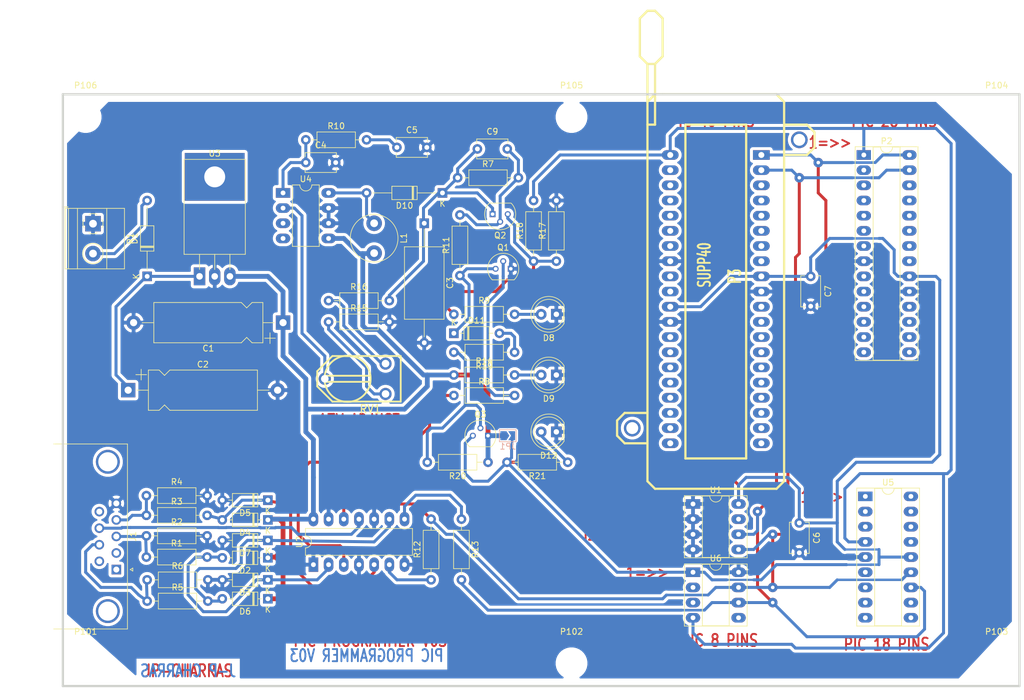
<source format=kicad_pcb>
(kicad_pcb (version 20171130) (host pcbnew "(5.0.0-rc2-160-g7b7355772)")
  (title_block (title "SERIAL PIC PROGRAMMER"))
  (layers (0 top_layer signal) (31 bottom_layer signal) (34 B.Paste user) (35 F.Paste user) (36 B.SilkS user) (37 F.SilkS user) (38 B.Mask user) (39 F.Mask user) (44 Edge.Cuts user))
  (net 0 "")
  (net 1 /CTS)
  (net 2 /DTR)
  (net 3 /PC-CLOCK-OUT)
  (net 4 /TXD)
  (net 5 GND)
  (net 6 "Net-(C2-Pad1)")
  (net 7 "Net-(C4-Pad1)")
  (net 8 "Net-(C5-Pad1)")
  (net 9 "Net-(C9-Pad2)")
  (net 10 "Net-(D11-Pad1)")
  (net 11 "Net-(D11-Pad2)")
  (net 12 "Net-(Q1-Pad2)")
  (net 13 "Net-(Q2-Pad3)")
  (net 14 "Net-(Q3-Pad2)")
  (net 15 "Net-(R12-Pad1)")
  (net 16 "Net-(R13-Pad1)")
  (net 17 "Net-(R15-Pad1)")
  (net 18 "Net-(R16-Pad1)")
  (net 19 "Net-(R8-Pad1)")
  (net 20 "Net-(RV1-Pad2)")
  (net 21 VCC)
  (net 22 VPP)
  (net 23 /pic_sockets/VCC_PIC)
  (net 24 "Net-(D1-Pad2)")
  (net 25 "Net-(D4-Pad2)")
  (net 26 "Net-(D8-Pad2)")
  (net 27 "Net-(D9-Pad2)")
  (net 28 "Net-(D12-Pad2)")
  (net 29 /VPP/MCLR)
  (net 30 /CLOCK-RB6)
  (net 31 /DATA-RB7)
  (net 32 "Net-(D2-Pad2)")
  (net 33 "Net-(D6-Pad2)")
  (net 34 "Net-(D10-Pad2)")
  (net 35 "Net-(P3-Pad2)")
  (net 36 "Net-(P3-Pad3)")
  (net 37 "Net-(P3-Pad4)")
  (net 38 "Net-(P3-Pad5)")
  (net 39 "Net-(P3-Pad6)")
  (net 40 "Net-(P3-Pad7)")
  (net 41 "Net-(P3-Pad9)")
  (net 42 "Net-(P3-Pad10)")
  (net 43 "Net-(P3-Pad13)")
  (net 44 "Net-(P3-Pad14)")
  (net 45 "Net-(P3-Pad15)")
  (net 46 "Net-(P3-Pad16)")
  (net 47 "Net-(P3-Pad17)")
  (net 48 "Net-(P3-Pad18)")
  (net 49 "Net-(P3-Pad19)")
  (net 50 "Net-(P3-Pad20)")
  (net 51 "Net-(P3-Pad21)")
  (net 52 "Net-(P3-Pad22)")
  (net 53 "Net-(P3-Pad23)")
  (net 54 "Net-(P3-Pad24)")
  (net 55 "Net-(P3-Pad25)")
  (net 56 "Net-(P3-Pad26)")
  (net 57 "Net-(P3-Pad27)")
  (net 58 "Net-(P3-Pad28)")
  (net 59 "Net-(P3-Pad29)")
  (net 60 "Net-(P3-Pad30)")
  (net 61 "Net-(P3-Pad33)")
  (net 62 "Net-(P3-Pad34)")
  (net 63 "Net-(P3-Pad35)")
  (net 64 "Net-(P3-Pad36)")
  (net 65 "Net-(P3-Pad37)")
  (net 66 "Net-(P3-Pad38)")
  (net 67 "Net-(J1-Pad1)")
  (net 68 "Net-(J1-Pad2)")
  (net 69 "Net-(J1-Pad6)")
  (net 70 "Net-(J1-Pad9)")
  (net 71 "Net-(U6-Pad5)")
  (net 72 "Net-(U6-Pad2)")
  (net 73 "Net-(U6-Pad3)")
  (net 74 "Net-(U1-Pad7)")
  (net 75 "Net-(U4-Pad3)")
  (net 76 "Net-(U4-Pad4)")
  (net 77 "Net-(P2-Pad15)")
  (net 78 "Net-(P2-Pad2)")
  (net 79 "Net-(P2-Pad16)")
  (net 80 "Net-(P2-Pad3)")
  (net 81 "Net-(P2-Pad17)")
  (net 82 "Net-(P2-Pad4)")
  (net 83 "Net-(P2-Pad18)")
  (net 84 "Net-(P2-Pad5)")
  (net 85 "Net-(P2-Pad6)")
  (net 86 "Net-(P2-Pad7)")
  (net 87 "Net-(P2-Pad21)")
  (net 88 "Net-(P2-Pad22)")
  (net 89 "Net-(P2-Pad9)")
  (net 90 "Net-(P2-Pad23)")
  (net 91 "Net-(P2-Pad10)")
  (net 92 "Net-(P2-Pad24)")
  (net 93 "Net-(P2-Pad11)")
  (net 94 "Net-(P2-Pad25)")
  (net 95 "Net-(P2-Pad12)")
  (net 96 "Net-(P2-Pad26)")
  (net 97 "Net-(P2-Pad13)")
  (net 98 "Net-(P2-Pad14)")
  (net 99 "Net-(U5-Pad1)")
  (net 100 "Net-(U5-Pad10)")
  (net 101 "Net-(U5-Pad2)")
  (net 102 "Net-(U5-Pad11)")
  (net 103 "Net-(U5-Pad3)")
  (net 104 "Net-(U5-Pad6)")
  (net 105 "Net-(U5-Pad15)")
  (net 106 "Net-(U5-Pad7)")
  (net 107 "Net-(U5-Pad16)")
  (net 108 "Net-(U5-Pad8)")
  (net 109 "Net-(U5-Pad17)")
  (net 110 "Net-(U5-Pad9)")
  (net 111 "Net-(U5-Pad18)")
  (module MountingHole:MountingHole_4.3mm_M4 (layer top_layer) (at 229.87 44.45)
    (fp_text reference P104 (at 0 -5.3) (layer F.SilkS))
    (fp_text value CONN_1)
    (pad "" np_thru_hole circle (at 0 0) (size 4.3 4.3) (drill 4.3) (layers *.Cu *.Mask))
  )
  (module MountingHole:MountingHole_4.3mm_M4 (layer top_layer) (at 77.47 135.89)
    (fp_text reference P101 (at 0 -5.3) (layer F.SilkS))
    (fp_text value CONN_1)
    (pad "" np_thru_hole circle (at 0 0) (size 4.3 4.3) (drill 4.3) (layers *.Cu *.Mask))
  )
  (module MountingHole:MountingHole_4.3mm_M4 (layer top_layer) (at 158.75 135.89)
    (fp_text reference P102 (at 0 -5.3) (layer F.SilkS))
    (fp_text value CONN_1)
    (pad "" np_thru_hole circle (at 0 0) (size 4.3 4.3) (drill 4.3) (layers *.Cu *.Mask))
  )
  (module MountingHole:MountingHole_4.3mm_M4 (layer top_layer) (at 229.87 135.89)
    (fp_text reference P103 (at 0 -5.3) (layer F.SilkS))
    (fp_text value CONN_1)
    (pad "" np_thru_hole circle (at 0 0) (size 4.3 4.3) (drill 4.3) (layers *.Cu *.Mask))
  )
  (module MountingHole:MountingHole_4.3mm_M4 (layer top_layer) (at 158.75 44.45)
    (fp_text reference P105 (at 0 -5.3) (layer F.SilkS))
    (fp_text value CONN_1)
    (pad "" np_thru_hole circle (at 0 0) (size 4.3 4.3) (drill 4.3) (layers *.Cu *.Mask))
  )
  (module MountingHole:MountingHole_4.3mm_M4 (layer top_layer) (at 77.47 44.45)
    (fp_text reference P106 (at 0 -5.3) (layer F.SilkS))
    (fp_text value CONN_1)
    (pad "" np_thru_hole circle (at 0 0) (size 4.3 4.3) (drill 4.3) (layers *.Cu *.Mask))
  )
  (module Jumper:SolderJumper-2_P1.3mm_Open_TrianglePad1.0x1.5mm (layer bottom_layer) (at 148.082 97.79)
    (fp_text reference JP1 (at 0 1.8) (layer B.SilkS) (effects (justify mirror)))
    (fp_text value JUMPER)
    (pad 1 smd custom (at -0.725 0) (size 0.3 0.3) (layers bottom_layer B.Mask) (net 21 VCC) (options (clearance outline) (anchor rect)) (primitives (gr_poly (pts (xy -0.5 0.75) (xy 0.5 0.75) (xy 1 0) (xy 0.5 -0.75) (xy -0.5 -0.75)) (width 0))))
    (pad 2 smd custom (at 0.725 0) (size 0.3 0.3) (layers bottom_layer B.Mask) (net 23 /pic_sockets/VCC_PIC) (options (clearance outline) (anchor rect)) (primitives (gr_poly (pts (xy -0.65 0.75) (xy 0.5 0.75) (xy 0.5 -0.75) (xy -0.65 -0.75) (xy -0.15 0)) (width 0))))
  )
  (module Package_TO_SOT_THT:TO-220-3_Horizontal_TabDown (layer top_layer) (at 96.52 71.12)
    (fp_text reference U3 (at 2.54 -20.58) (layer F.SilkS))
    (fp_text value 7805)
    (pad 3 thru_hole oval (at 5.08 0) (size 1.905 3) (drill 1.1) (layers *.Cu *.Mask) (net 21 VCC))
    (pad 2 thru_hole oval (at 2.54 0) (size 1.905 3) (drill 1.1) (layers *.Cu *.Mask) (net 5 GND))
    (pad 1 thru_hole rect (at 0 0) (size 1.905 3) (drill 1.1) (layers *.Cu *.Mask) (net 6 "Net-(C2-Pad1)"))
    (pad "" thru_hole rect (at 2.54 -16.66) (size 10 8) (drill 3.5) (layers *.Cu *.Mask))
  )
  (module Inductor_THT:L_Radial_D7.8mm_P5.00mm_Fastron_07HCP (layer top_layer) (at 125.73 62.23 270)
    (fp_text reference L1 (at 2.5 -4.96 270) (layer F.SilkS))
    (fp_text value 22uH)
    (pad 2 thru_hole circle (at 5 0 270) (size 2.6 2.6) (drill 1.3) (layers *.Cu *.Mask) (net 21 VCC))
    (pad 1 thru_hole circle (at 0 0 270) (size 2.6 2.6) (drill 1.3) (layers *.Cu *.Mask) (net 34 "Net-(D10-Pad2)"))
  )
  (module LED_THT:LED_D5.0mm (layer top_layer) (at 156.21 97.155 180)
    (fp_text reference D12 (at 1.27 -3.96 180) (layer F.SilkS))
    (fp_text value YELLOW-LED)
    (pad 2 thru_hole circle (at 2.54 0 180) (size 1.8 1.8) (drill 0.9) (layers *.Cu *.Mask) (net 28 "Net-(D12-Pad2)"))
    (pad 1 thru_hole rect (at 0 0 180) (size 1.8 1.8) (drill 0.9) (layers *.Cu *.Mask) (net 5 GND))
  )
  (module LED_THT:LED_D5.0mm (layer top_layer) (at 156.21 87.63 180)
    (fp_text reference D9 (at 1.27 -3.96 180) (layer F.SilkS))
    (fp_text value GREEN-LED)
    (pad 2 thru_hole circle (at 2.54 0 180) (size 1.8 1.8) (drill 0.9) (layers *.Cu *.Mask) (net 27 "Net-(D9-Pad2)"))
    (pad 1 thru_hole rect (at 0 0 180) (size 1.8 1.8) (drill 0.9) (layers *.Cu *.Mask) (net 5 GND))
  )
  (module LED_THT:LED_D5.0mm (layer top_layer) (at 156.21 77.47 180)
    (fp_text reference D8 (at 1.27 -3.96 180) (layer F.SilkS))
    (fp_text value RED-LED)
    (pad 2 thru_hole circle (at 2.54 0 180) (size 1.8 1.8) (drill 0.9) (layers *.Cu *.Mask) (net 26 "Net-(D8-Pad2)"))
    (pad 1 thru_hole rect (at 0 0 180) (size 1.8 1.8) (drill 0.9) (layers *.Cu *.Mask) (net 5 GND))
  )
  (module Capacitor_THT:CP_Axial_L18.0mm_D6.5mm_P25.00mm_Horizontal (layer top_layer) (at 84.582 90.17)
    (fp_text reference C2 (at 12.5 -4.31) (layer F.SilkS))
    (fp_text value 220uF)
    (pad 2 thru_hole oval (at 25 0) (size 2.4 2.4) (drill 1.2) (layers *.Cu *.Mask) (net 5 GND))
    (pad 1 thru_hole rect (at 0 0) (size 2.4 2.4) (drill 1.2) (layers *.Cu *.Mask) (net 6 "Net-(C2-Pad1)"))
  )
  (module Capacitor_THT:CP_Axial_L18.0mm_D6.5mm_P25.00mm_Horizontal (layer top_layer) (at 110.49 78.867 180)
    (fp_text reference C1 (at 12.5 -4.31 180) (layer F.SilkS))
    (fp_text value 100µF)
    (pad 2 thru_hole oval (at 25 0 180) (size 2.4 2.4) (drill 1.2) (layers *.Cu *.Mask) (net 5 GND))
    (pad 1 thru_hole rect (at 0 0 180) (size 2.4 2.4) (drill 1.2) (layers *.Cu *.Mask) (net 21 VCC))
  )
  (module Resistor_THT:R_Axial_DIN0207_L6.3mm_D2.5mm_P10.16mm_Horizontal (layer top_layer) (at 135.255 121.92 90)
    (fp_text reference R12 (at 5.08 -2.31 90) (layer F.SilkS))
    (fp_text value 470)
    (pad 2 thru_hole oval (at 10.16 0 90) (size 1.6 1.6) (drill 0.8) (layers *.Cu *.Mask) (net 31 /DATA-RB7))
    (pad 1 thru_hole circle (at 0 0 90) (size 1.6 1.6) (drill 0.8) (layers *.Cu *.Mask) (net 15 "Net-(R12-Pad1)"))
  )
  (module Resistor_THT:R_Axial_DIN0207_L6.3mm_D2.5mm_P10.16mm_Horizontal (layer top_layer) (at 139.065 91.059)
    (fp_text reference R8 (at 5.08 -2.31) (layer F.SilkS))
    (fp_text value 1K)
    (pad 2 thru_hole oval (at 10.16 0) (size 1.6 1.6) (drill 0.8) (layers *.Cu *.Mask) (net 12 "Net-(Q1-Pad2)"))
    (pad 1 thru_hole circle (at 0 0) (size 1.6 1.6) (drill 0.8) (layers *.Cu *.Mask) (net 19 "Net-(R8-Pad1)"))
  )
  (module Resistor_THT:R_Axial_DIN0207_L6.3mm_D2.5mm_P10.16mm_Horizontal (layer top_layer) (at 140.335 111.76 270)
    (fp_text reference R13 (at 5.08 -2.31 270) (layer F.SilkS))
    (fp_text value 470)
    (pad 2 thru_hole oval (at 10.16 0 270) (size 1.6 1.6) (drill 0.8) (layers *.Cu *.Mask) (net 30 /CLOCK-RB6))
    (pad 1 thru_hole circle (at 0 0 270) (size 1.6 1.6) (drill 0.8) (layers *.Cu *.Mask) (net 16 "Net-(R13-Pad1)"))
  )
  (module Resistor_THT:R_Axial_DIN0207_L6.3mm_D2.5mm_P10.16mm_Horizontal (layer top_layer) (at 139.065 87.63)
    (fp_text reference R14 (at 5.08 -2.31) (layer F.SilkS))
    (fp_text value 470)
    (pad 2 thru_hole oval (at 10.16 0) (size 1.6 1.6) (drill 0.8) (layers *.Cu *.Mask) (net 27 "Net-(D9-Pad2)"))
    (pad 1 thru_hole circle (at 0 0) (size 1.6 1.6) (drill 0.8) (layers *.Cu *.Mask) (net 21 VCC))
  )
  (module Resistor_THT:R_Axial_DIN0207_L6.3mm_D2.5mm_P10.16mm_Horizontal (layer top_layer) (at 118.11 78.74)
    (fp_text reference R15 (at 5.08 -2.31) (layer F.SilkS))
    (fp_text value 6.2K)
    (pad 2 thru_hole oval (at 10.16 0) (size 1.6 1.6) (drill 0.8) (layers *.Cu *.Mask) (net 5 GND))
    (pad 1 thru_hole circle (at 0 0) (size 1.6 1.6) (drill 0.8) (layers *.Cu *.Mask) (net 17 "Net-(R15-Pad1)"))
  )
  (module Resistor_THT:R_Axial_DIN0207_L6.3mm_D2.5mm_P10.16mm_Horizontal (layer top_layer) (at 118.11 75.184)
    (fp_text reference R16 (at 5.08 -2.31) (layer F.SilkS))
    (fp_text value 62K)
    (pad 2 thru_hole oval (at 10.16 0) (size 1.6 1.6) (drill 0.8) (layers *.Cu *.Mask) (net 22 VPP))
    (pad 1 thru_hole circle (at 0 0) (size 1.6 1.6) (drill 0.8) (layers *.Cu *.Mask) (net 18 "Net-(R16-Pad1)"))
  )
  (module Resistor_THT:R_Axial_DIN0207_L6.3mm_D2.5mm_P10.16mm_Horizontal (layer top_layer) (at 156.21 68.58 90)
    (fp_text reference R17 (at 5.08 -2.31 90) (layer F.SilkS))
    (fp_text value 22K)
    (pad 2 thru_hole oval (at 10.16 0 90) (size 1.6 1.6) (drill 0.8) (layers *.Cu *.Mask) (net 5 GND))
    (pad 1 thru_hole circle (at 0 0 90) (size 1.6 1.6) (drill 0.8) (layers *.Cu *.Mask) (net 13 "Net-(Q2-Pad3)"))
  )
  (module Resistor_THT:R_Axial_DIN0207_L6.3mm_D2.5mm_P10.16mm_Horizontal (layer top_layer) (at 149.225 83.82 180)
    (fp_text reference R19 (at 5.08 -2.31 180) (layer F.SilkS))
    (fp_text value 2.2K)
    (pad 2 thru_hole oval (at 10.16 0 180) (size 1.6 1.6) (drill 0.8) (layers *.Cu *.Mask) (net 14 "Net-(Q3-Pad2)"))
    (pad 1 thru_hole circle (at 0 0 180) (size 1.6 1.6) (drill 0.8) (layers *.Cu *.Mask) (net 11 "Net-(D11-Pad2)"))
  )
  (module Resistor_THT:R_Axial_DIN0207_L6.3mm_D2.5mm_P10.16mm_Horizontal (layer top_layer) (at 144.78 102.235 180)
    (fp_text reference R20 (at 5.08 -2.31 180) (layer F.SilkS))
    (fp_text value 2.2K)
    (pad 2 thru_hole oval (at 10.16 0 180) (size 1.6 1.6) (drill 0.8) (layers *.Cu *.Mask) (net 14 "Net-(Q3-Pad2)"))
    (pad 1 thru_hole circle (at 0 0 180) (size 1.6 1.6) (drill 0.8) (layers *.Cu *.Mask) (net 21 VCC))
  )
  (module Resistor_THT:R_Axial_DIN0207_L6.3mm_D2.5mm_P10.16mm_Horizontal (layer top_layer) (at 158.115 102.235 180)
    (fp_text reference R21 (at 5.08 -2.31 180) (layer F.SilkS))
    (fp_text value 470)
    (pad 2 thru_hole oval (at 10.16 0 180) (size 1.6 1.6) (drill 0.8) (layers *.Cu *.Mask) (net 23 /pic_sockets/VCC_PIC))
    (pad 1 thru_hole circle (at 0 0 180) (size 1.6 1.6) (drill 0.8) (layers *.Cu *.Mask) (net 28 "Net-(D12-Pad2)"))
  )
  (module Resistor_THT:R_Axial_DIN0207_L6.3mm_D2.5mm_P10.16mm_Horizontal (layer top_layer) (at 87.757 121.92)
    (fp_text reference R6 (at 5.08 -2.31) (layer F.SilkS))
    (fp_text value 10K)
    (pad 2 thru_hole oval (at 10.16 0) (size 1.6 1.6) (drill 0.8) (layers *.Cu *.Mask) (net 5 GND))
    (pad 1 thru_hole circle (at 0 0) (size 1.6 1.6) (drill 0.8) (layers *.Cu *.Mask) (net 3 /PC-CLOCK-OUT))
  )
  (module Resistor_THT:R_Axial_DIN0207_L6.3mm_D2.5mm_P10.16mm_Horizontal (layer top_layer) (at 139.7 54.61)
    (fp_text reference R7 (at 5.08 -2.31) (layer F.SilkS))
    (fp_text value 10K)
    (pad 2 thru_hole oval (at 10.16 0) (size 1.6 1.6) (drill 0.8) (layers *.Cu *.Mask) (net 9 "Net-(C9-Pad2)"))
    (pad 1 thru_hole circle (at 0 0) (size 1.6 1.6) (drill 0.8) (layers *.Cu *.Mask) (net 22 VPP))
  )
  (module Resistor_THT:R_Axial_DIN0207_L6.3mm_D2.5mm_P10.16mm_Horizontal (layer top_layer) (at 87.757 125.476)
    (fp_text reference R5 (at 5.08 -2.31) (layer F.SilkS))
    (fp_text value 10K)
    (pad 2 thru_hole oval (at 10.16 0) (size 1.6 1.6) (drill 0.8) (layers *.Cu *.Mask) (net 33 "Net-(D6-Pad2)"))
    (pad 1 thru_hole circle (at 0 0) (size 1.6 1.6) (drill 0.8) (layers *.Cu *.Mask) (net 3 /PC-CLOCK-OUT))
  )
  (module Resistor_THT:R_Axial_DIN0207_L6.3mm_D2.5mm_P10.16mm_Horizontal (layer top_layer) (at 87.63 107.823)
    (fp_text reference R4 (at 5.08 -2.31) (layer F.SilkS))
    (fp_text value 10K)
    (pad 2 thru_hole oval (at 10.16 0) (size 1.6 1.6) (drill 0.8) (layers *.Cu *.Mask) (net 5 GND))
    (pad 1 thru_hole circle (at 0 0) (size 1.6 1.6) (drill 0.8) (layers *.Cu *.Mask) (net 2 /DTR))
  )
  (module Resistor_THT:R_Axial_DIN0207_L6.3mm_D2.5mm_P10.16mm_Horizontal (layer top_layer) (at 87.63 111.125)
    (fp_text reference R3 (at 5.08 -2.31) (layer F.SilkS))
    (fp_text value 10K)
    (pad 2 thru_hole oval (at 10.16 0) (size 1.6 1.6) (drill 0.8) (layers *.Cu *.Mask) (net 25 "Net-(D4-Pad2)"))
    (pad 1 thru_hole circle (at 0 0) (size 1.6 1.6) (drill 0.8) (layers *.Cu *.Mask) (net 2 /DTR))
  )
  (module Resistor_THT:R_Axial_DIN0207_L6.3mm_D2.5mm_P10.16mm_Horizontal (layer top_layer) (at 87.63 114.554)
    (fp_text reference R2 (at 5.08 -2.31) (layer F.SilkS))
    (fp_text value 10K)
    (pad 2 thru_hole oval (at 10.16 0) (size 1.6 1.6) (drill 0.8) (layers *.Cu *.Mask) (net 5 GND))
    (pad 1 thru_hole circle (at 0 0) (size 1.6 1.6) (drill 0.8) (layers *.Cu *.Mask) (net 4 /TXD))
  )
  (module Resistor_THT:R_Axial_DIN0207_L6.3mm_D2.5mm_P10.16mm_Horizontal (layer top_layer) (at 87.63 118.11)
    (fp_text reference R1 (at 5.08 -2.31) (layer F.SilkS))
    (fp_text value 10K)
    (pad 2 thru_hole oval (at 10.16 0) (size 1.6 1.6) (drill 0.8) (layers *.Cu *.Mask) (net 32 "Net-(D2-Pad2)"))
    (pad 1 thru_hole circle (at 0 0) (size 1.6 1.6) (drill 0.8) (layers *.Cu *.Mask) (net 4 /TXD))
  )
  (module Resistor_THT:R_Axial_DIN0207_L6.3mm_D2.5mm_P10.16mm_Horizontal (layer top_layer) (at 139.065 77.47)
    (fp_text reference R9 (at 5.08 -2.31) (layer F.SilkS))
    (fp_text value 2.2K)
    (pad 2 thru_hole oval (at 10.16 0) (size 1.6 1.6) (drill 0.8) (layers *.Cu *.Mask) (net 26 "Net-(D8-Pad2)"))
    (pad 1 thru_hole circle (at 0 0) (size 1.6 1.6) (drill 0.8) (layers *.Cu *.Mask) (net 13 "Net-(Q2-Pad3)"))
  )
  (module Resistor_THT:R_Axial_DIN0207_L6.3mm_D2.5mm_P10.16mm_Horizontal (layer top_layer) (at 114.3 48.26)
    (fp_text reference R10 (at 5.08 -2.31) (layer F.SilkS))
    (fp_text value 5,1K)
    (pad 2 thru_hole oval (at 10.16 0) (size 1.6 1.6) (drill 0.8) (layers *.Cu *.Mask) (net 8 "Net-(C5-Pad1)"))
    (pad 1 thru_hole circle (at 0 0) (size 1.6 1.6) (drill 0.8) (layers *.Cu *.Mask) (net 7 "Net-(C4-Pad1)"))
  )
  (module Resistor_THT:R_Axial_DIN0207_L6.3mm_D2.5mm_P10.16mm_Horizontal (layer top_layer) (at 152.4 68.58 90)
    (fp_text reference R18 (at 5.08 -2.31 90) (layer F.SilkS))
    (fp_text value 220)
    (pad 2 thru_hole oval (at 10.16 0 90) (size 1.6 1.6) (drill 0.8) (layers *.Cu *.Mask) (net 29 /VPP/MCLR))
    (pad 1 thru_hole circle (at 0 0 90) (size 1.6 1.6) (drill 0.8) (layers *.Cu *.Mask) (net 13 "Net-(Q2-Pad3)"))
  )
  (module Resistor_THT:R_Axial_DIN0207_L6.3mm_D2.5mm_P10.16mm_Horizontal (layer top_layer) (at 140.081 70.993 90)
    (fp_text reference R11 (at 5.08 -2.31 90) (layer F.SilkS))
    (fp_text value 22K)
    (pad 2 thru_hole oval (at 10.16 0 90) (size 1.6 1.6) (drill 0.8) (layers *.Cu *.Mask) (net 9 "Net-(C9-Pad2)"))
    (pad 1 thru_hole circle (at 0 0 90) (size 1.6 1.6) (drill 0.8) (layers *.Cu *.Mask) (net 10 "Net-(D11-Pad1)"))
  )
  (module footprints:40tex-Ell600 (layer top_layer) (at 182.88 74.93 270)
    (fp_text reference P3 (at -3.81 -3.175 270) (layer F.SilkS) (effects (font (size 2.032 1.27) (thickness 0.3048))))
    (fp_text value SUPP40 (at -5.715 1.905 270) (layer F.SilkS) (effects (font (size 2.032 1.27) (thickness 0.3048))))
    (pad HOLE thru_hole circle (at 21.59 13.97 270) (size 2.8 2.8) (drill 2) (layers *.Cu *.Mask))
    (pad HOLE thru_hole circle (at -26.67 -13.97 270) (size 2.8 2.8) (drill 2) (layers *.Cu *.Mask))
    (pad 40 thru_hole rect (at -24.13 -7.62 270) (size 1.6 2.8) (drill 1) (layers *.Cu *.Mask) (net 31 /DATA-RB7))
    (pad 39 thru_hole oval (at -21.59 -7.62 270) (size 1.6 2.8) (drill 1) (layers *.Cu *.Mask) (net 30 /CLOCK-RB6))
    (pad 38 thru_hole oval (at -19.05 -7.62 270) (size 1.6 2.8) (drill 1) (layers *.Cu *.Mask) (net 66 "Net-(P3-Pad38)"))
    (pad 37 thru_hole oval (at -16.51 -7.62 270) (size 1.6 2.8) (drill 1) (layers *.Cu *.Mask) (net 65 "Net-(P3-Pad37)"))
    (pad 36 thru_hole oval (at -13.97 -7.62 270) (size 1.6 2.8) (drill 1) (layers *.Cu *.Mask) (net 64 "Net-(P3-Pad36)"))
    (pad 35 thru_hole oval (at -11.43 -7.62 270) (size 1.6 2.8) (drill 1) (layers *.Cu *.Mask) (net 63 "Net-(P3-Pad35)"))
    (pad 34 thru_hole oval (at -8.89 -7.62 270) (size 1.6 2.8) (drill 1) (layers *.Cu *.Mask) (net 62 "Net-(P3-Pad34)"))
    (pad 33 thru_hole oval (at -6.35 -7.62 270) (size 1.6 2.8) (drill 1) (layers *.Cu *.Mask) (net 61 "Net-(P3-Pad33)"))
    (pad 32 thru_hole oval (at -3.81 -7.62 270) (size 1.6 2.8) (drill 1) (layers *.Cu *.Mask) (net 23 /pic_sockets/VCC_PIC))
    (pad 31 thru_hole oval (at -1.27 -7.62 270) (size 1.6 2.8) (drill 1) (layers *.Cu *.Mask) (net 5 GND))
    (pad 30 thru_hole oval (at 1.27 -7.62 270) (size 1.6 2.8) (drill 1) (layers *.Cu *.Mask) (net 60 "Net-(P3-Pad30)"))
    (pad 29 thru_hole oval (at 3.81 -7.62 270) (size 1.6 2.8) (drill 1) (layers *.Cu *.Mask) (net 59 "Net-(P3-Pad29)"))
    (pad 28 thru_hole oval (at 6.35 -7.62 270) (size 1.6 2.8) (drill 1) (layers *.Cu *.Mask) (net 58 "Net-(P3-Pad28)"))
    (pad 27 thru_hole oval (at 8.89 -7.62 270) (size 1.6 2.8) (drill 1) (layers *.Cu *.Mask) (net 57 "Net-(P3-Pad27)"))
    (pad 26 thru_hole oval (at 11.43 -7.62 270) (size 1.6 2.8) (drill 1) (layers *.Cu *.Mask) (net 56 "Net-(P3-Pad26)"))
    (pad 25 thru_hole oval (at 13.97 -7.62 270) (size 1.6 2.8) (drill 1) (layers *.Cu *.Mask) (net 55 "Net-(P3-Pad25)"))
    (pad 24 thru_hole oval (at 16.51 -7.62 270) (size 1.6 2.8) (drill 1) (layers *.Cu *.Mask) (net 54 "Net-(P3-Pad24)"))
    (pad 23 thru_hole oval (at 19.05 -7.62 270) (size 1.6 2.8) (drill 1) (layers *.Cu *.Mask) (net 53 "Net-(P3-Pad23)"))
    (pad 22 thru_hole oval (at 21.59 -7.62 270) (size 1.6 2.8) (drill 1) (layers *.Cu *.Mask) (net 52 "Net-(P3-Pad22)"))
    (pad 21 thru_hole oval (at 24.13 -7.62 270) (size 1.6 2.8) (drill 1) (layers *.Cu *.Mask) (net 51 "Net-(P3-Pad21)"))
    (pad 20 thru_hole oval (at 24.13 7.62 270) (size 1.6 2.8) (drill 1) (layers *.Cu *.Mask) (net 50 "Net-(P3-Pad20)"))
    (pad 19 thru_hole oval (at 21.59 7.62 270) (size 1.6 2.8) (drill 1) (layers *.Cu *.Mask) (net 49 "Net-(P3-Pad19)"))
    (pad 18 thru_hole oval (at 19.05 7.62 270) (size 1.6 2.8) (drill 1) (layers *.Cu *.Mask) (net 48 "Net-(P3-Pad18)"))
    (pad 17 thru_hole oval (at 16.51 7.62 270) (size 1.6 2.8) (drill 1) (layers *.Cu *.Mask) (net 47 "Net-(P3-Pad17)"))
    (pad 16 thru_hole oval (at 13.97 7.62 270) (size 1.6 2.8) (drill 1) (layers *.Cu *.Mask) (net 46 "Net-(P3-Pad16)"))
    (pad 15 thru_hole oval (at 11.43 7.62 270) (size 1.6 2.8) (drill 1) (layers *.Cu *.Mask) (net 45 "Net-(P3-Pad15)"))
    (pad 14 thru_hole oval (at 8.89 7.62 270) (size 1.6 2.8) (drill 1) (layers *.Cu *.Mask) (net 44 "Net-(P3-Pad14)"))
    (pad 13 thru_hole oval (at 6.35 7.62 270) (size 1.6 2.8) (drill 1) (layers *.Cu *.Mask) (net 43 "Net-(P3-Pad13)"))
    (pad 12 thru_hole oval (at 3.81 7.62 270) (size 1.6 2.8) (drill 1) (layers *.Cu *.Mask) (net 5 GND))
    (pad 11 thru_hole oval (at 1.27 7.62 270) (size 1.6 2.8) (drill 1) (layers *.Cu *.Mask) (net 23 /pic_sockets/VCC_PIC))
    (pad 10 thru_hole oval (at -1.27 7.62 270) (size 1.6 2.8) (drill 1) (layers *.Cu *.Mask) (net 42 "Net-(P3-Pad10)"))
    (pad 9 thru_hole oval (at -3.81 7.62 270) (size 1.6 2.8) (drill 1) (layers *.Cu *.Mask) (net 41 "Net-(P3-Pad9)"))
    (pad 8 thru_hole oval (at -6.35 7.62 270) (size 1.6 2.8) (drill 1) (layers *.Cu *.Mask) (net 5 GND))
    (pad 7 thru_hole oval (at -8.89 7.62 270) (size 1.6 2.8) (drill 1) (layers *.Cu *.Mask) (net 40 "Net-(P3-Pad7)"))
    (pad 6 thru_hole oval (at -11.43 7.62 270) (size 1.6 2.8) (drill 1) (layers *.Cu *.Mask) (net 39 "Net-(P3-Pad6)"))
    (pad 5 thru_hole oval (at -13.97 7.62 270) (size 1.6 2.8) (drill 1) (layers *.Cu *.Mask) (net 38 "Net-(P3-Pad5)"))
    (pad 4 thru_hole oval (at -16.51 7.62 270) (size 1.6 2.8) (drill 1) (layers *.Cu *.Mask) (net 37 "Net-(P3-Pad4)"))
    (pad 3 thru_hole oval (at -19.05 7.62 270) (size 1.6 2.8) (drill 1) (layers *.Cu *.Mask) (net 36 "Net-(P3-Pad3)"))
    (pad 2 thru_hole oval (at -21.59 7.62 270) (size 1.6 2.8) (drill 1) (layers *.Cu *.Mask) (net 35 "Net-(P3-Pad2)"))
    (pad 1 thru_hole oval (at -24.13 7.62 270) (size 1.6 2.8) (drill 1) (layers *.Cu *.Mask) (net 29 /VPP/MCLR))
  )
  (module footprints:RV2X4 (layer top_layer) (at 122.555 88.265 180)
    (fp_text reference RV1 (at -2.54 -5.08 180) (layer F.SilkS) (effects (font (size 1.397 1.27) (thickness 0.2032))))
    (fp_text value 1K)
    (pad 3 thru_hole circle (at -5.08 2.54 180) (size 2.032 2.032) (drill 1.27) (layers *.Cu *.Mask) (net 18 "Net-(R16-Pad1)"))
    (pad 2 thru_hole circle (at 5.08 0 180) (size 2.032 2.032) (drill 1.27) (layers *.Cu *.Mask) (net 20 "Net-(RV1-Pad2)"))
    (pad 1 thru_hole circle (at -5.08 -2.54 180) (size 2.032 2.032) (drill 1.27) (layers *.Cu *.Mask) (net 17 "Net-(R15-Pad1)"))
  )
  (module TerminalBlock_Phoenix:TerminalBlock_Phoenix_MKDS-1,5-2_1x02_P5.00mm_Horizontal (layer top_layer) (at 78.7 62.3 270)
    (fp_text reference P1 (at 2.5 -6.26 270) (layer F.SilkS))
    (fp_text value CONN_2)
    (pad 2 thru_hole circle (at 5 0 270) (size 2.6 2.6) (drill 1.3) (layers *.Cu *.Mask) (net 24 "Net-(D1-Pad2)"))
    (pad 1 thru_hole rect (at 0 0 270) (size 2.6 2.6) (drill 1.3) (layers *.Cu *.Mask) (net 5 GND))
  )
  (module Diode_THT:D_DO-35_SOD27_P12.70mm_Horizontal (layer top_layer) (at 137.16 57.15 180)
    (fp_text reference D10 (at 6.35 -2.12 180) (layer F.SilkS))
    (fp_text value SCHOTTKY)
    (fp_text user K (at 0 -1.8 180) (layer F.SilkS))
    (pad 2 thru_hole oval (at 12.7 0 180) (size 1.6 1.6) (drill 0.8) (layers *.Cu *.Mask) (net 34 "Net-(D10-Pad2)"))
    (pad 1 thru_hole rect (at 0 0 180) (size 1.6 1.6) (drill 0.8) (layers *.Cu *.Mask) (net 22 VPP))
  )
  (module Diode_THT:D_DO-35_SOD27_P12.70mm_Horizontal (layer top_layer) (at 87.757 71.12 90)
    (fp_text reference D1 (at 6.35 -2.12 90) (layer F.SilkS))
    (fp_text value 1N4004)
    (fp_text user K (at 0 -1.8 90) (layer F.SilkS))
    (pad 2 thru_hole oval (at 12.7 0 90) (size 1.6 1.6) (drill 0.8) (layers *.Cu *.Mask) (net 24 "Net-(D1-Pad2)"))
    (pad 1 thru_hole rect (at 0 0 90) (size 1.6 1.6) (drill 0.8) (layers *.Cu *.Mask) (net 6 "Net-(C2-Pad1)"))
  )
  (module Capacitor_THT:C_Disc_D5.1mm_W3.2mm_P5.00mm (layer top_layer) (at 143.002 49.784)
    (fp_text reference C9 (at 2.5 -2.91) (layer F.SilkS))
    (fp_text value 220nF)
    (pad 2 thru_hole circle (at 5 0) (size 1.6 1.6) (drill 0.8) (layers *.Cu *.Mask) (net 9 "Net-(C9-Pad2)"))
    (pad 1 thru_hole circle (at 0 0) (size 1.6 1.6) (drill 0.8) (layers *.Cu *.Mask) (net 22 VPP))
  )
  (module Capacitor_THT:C_Disc_D5.1mm_W3.2mm_P5.00mm (layer top_layer) (at 198.755 71.12 270)
    (fp_text reference C7 (at 2.5 -2.91 270) (layer F.SilkS))
    (fp_text value 100nF)
    (pad 2 thru_hole circle (at 5 0 270) (size 1.6 1.6) (drill 0.8) (layers *.Cu *.Mask) (net 5 GND))
    (pad 1 thru_hole circle (at 0 0 270) (size 1.6 1.6) (drill 0.8) (layers *.Cu *.Mask) (net 23 /pic_sockets/VCC_PIC))
  )
  (module Capacitor_THT:C_Disc_D5.1mm_W3.2mm_P5.00mm (layer top_layer) (at 196.85 112.395 270)
    (fp_text reference C6 (at 2.5 -2.91 270) (layer F.SilkS))
    (fp_text value 100nF)
    (pad 2 thru_hole circle (at 5 0 270) (size 1.6 1.6) (drill 0.8) (layers *.Cu *.Mask) (net 5 GND))
    (pad 1 thru_hole circle (at 0 0 270) (size 1.6 1.6) (drill 0.8) (layers *.Cu *.Mask) (net 23 /pic_sockets/VCC_PIC))
  )
  (module Capacitor_THT:C_Disc_D5.1mm_W3.2mm_P5.00mm (layer top_layer) (at 129.54 49.53)
    (fp_text reference C5 (at 2.5 -2.91) (layer F.SilkS))
    (fp_text value 10nF)
    (pad 2 thru_hole circle (at 5 0) (size 1.6 1.6) (drill 0.8) (layers *.Cu *.Mask) (net 5 GND))
    (pad 1 thru_hole circle (at 0 0) (size 1.6 1.6) (drill 0.8) (layers *.Cu *.Mask) (net 8 "Net-(C5-Pad1)"))
  )
  (module Capacitor_THT:C_Disc_D5.1mm_W3.2mm_P5.00mm (layer top_layer) (at 114.3 52.07)
    (fp_text reference C4 (at 2.5 -2.91) (layer F.SilkS))
    (fp_text value 0)
    (pad 2 thru_hole circle (at 5 0) (size 1.6 1.6) (drill 0.8) (layers *.Cu *.Mask) (net 5 GND))
    (pad 1 thru_hole circle (at 0 0) (size 1.6 1.6) (drill 0.8) (layers *.Cu *.Mask) (net 7 "Net-(C4-Pad1)"))
  )
  (module footprints:TO-92_BC237_307 (layer top_layer) (at 148.082 60.706 180)
    (fp_text reference Q2 (at 1.27 -3.56 180) (layer F.SilkS))
    (fp_text value BC307)
    (pad 3 thru_hole circle (at 0 0 270) (size 1 1) (drill 0.6) (layers *.Cu *.Mask) (net 13 "Net-(Q2-Pad3)"))
    (pad 1 thru_hole rect (at 2.54 0 270) (size 1 1) (drill 0.6) (layers *.Cu *.Mask) (net 22 VPP))
    (pad 2 thru_hole circle (at 1.27 -1.27 270) (size 1 1) (drill 0.6) (layers *.Cu *.Mask) (net 9 "Net-(C9-Pad2)"))
  )
  (module footprints:TO-92_BC237_307 (layer top_layer) (at 146.05 69.85)
    (fp_text reference Q1 (at 1.27 -3.56) (layer F.SilkS))
    (fp_text value BC237)
    (pad 3 thru_hole circle (at 0 0 90) (size 1 1) (drill 0.6) (layers *.Cu *.Mask) (net 10 "Net-(D11-Pad1)"))
    (pad 1 thru_hole rect (at 2.54 0 90) (size 1 1) (drill 0.6) (layers *.Cu *.Mask) (net 5 GND))
    (pad 2 thru_hole circle (at 1.27 -1.27 90) (size 1 1) (drill 0.6) (layers *.Cu *.Mask) (net 12 "Net-(Q1-Pad2)"))
  )
  (module footprints:TO-92_BC237_307 (layer top_layer) (at 142.24 97.79)
    (fp_text reference Q3 (at 1.27 -3.56) (layer F.SilkS))
    (fp_text value BC307)
    (pad 3 thru_hole circle (at 0 0 90) (size 1 1) (drill 0.6) (layers *.Cu *.Mask) (net 23 /pic_sockets/VCC_PIC))
    (pad 1 thru_hole rect (at 2.54 0 90) (size 1 1) (drill 0.6) (layers *.Cu *.Mask) (net 21 VCC))
    (pad 2 thru_hole circle (at 1.27 -1.27 90) (size 1 1) (drill 0.6) (layers *.Cu *.Mask) (net 14 "Net-(Q3-Pad2)"))
  )
  (module Connector_Dsub:DSUB-9_Female_Horizontal_P2.77x2.84mm_EdgePinOffset7.70mm_Housed_MountingHolesOffset9.12mm (layer top_layer) (at 82.6 120.2 270)
    (fp_text reference J1 (at -5.54 -2.8 270) (layer F.SilkS))
    (fp_text value DB9-FEMAL)
    (pad 0 thru_hole circle (at 6.96 1.42 270) (size 4 4) (drill 3.2) (layers *.Cu *.Mask))
    (pad 0 thru_hole circle (at -18.04 1.42 270) (size 4 4) (drill 3.2) (layers *.Cu *.Mask))
    (pad 9 thru_hole circle (at -9.695 2.84 270) (size 1.6 1.6) (drill 1) (layers *.Cu *.Mask) (net 70 "Net-(J1-Pad9)"))
    (pad 8 thru_hole circle (at -6.925 2.84 270) (size 1.6 1.6) (drill 1) (layers *.Cu *.Mask) (net 1 /CTS))
    (pad 7 thru_hole circle (at -4.155 2.84 270) (size 1.6 1.6) (drill 1) (layers *.Cu *.Mask) (net 3 /PC-CLOCK-OUT))
    (pad 6 thru_hole circle (at -1.385 2.84 270) (size 1.6 1.6) (drill 1) (layers *.Cu *.Mask) (net 69 "Net-(J1-Pad6)"))
    (pad 5 thru_hole circle (at -11.08 0 270) (size 1.6 1.6) (drill 1) (layers *.Cu *.Mask) (net 5 GND))
    (pad 4 thru_hole circle (at -8.31 0 270) (size 1.6 1.6) (drill 1) (layers *.Cu *.Mask) (net 2 /DTR))
    (pad 3 thru_hole circle (at -5.54 0 270) (size 1.6 1.6) (drill 1) (layers *.Cu *.Mask) (net 4 /TXD))
    (pad 2 thru_hole circle (at -2.77 0 270) (size 1.6 1.6) (drill 1) (layers *.Cu *.Mask) (net 68 "Net-(J1-Pad2)"))
    (pad 1 thru_hole rect (at 0 0 270) (size 1.6 1.6) (drill 1) (layers *.Cu *.Mask) (net 67 "Net-(J1-Pad1)"))
  )
  (module Diode_THT:D_DO-35_SOD27_P7.62mm_Horizontal (layer top_layer) (at 107.95 125.095 180)
    (fp_text reference D6 (at 3.81 -2.12 180) (layer F.SilkS))
    (fp_text value BAT43)
    (fp_text user K (at 0 -1.8 180) (layer F.SilkS))
    (pad 2 thru_hole oval (at 7.62 0 180) (size 1.6 1.6) (drill 0.8) (layers *.Cu *.Mask) (net 33 "Net-(D6-Pad2)"))
    (pad 1 thru_hole rect (at 0 0 180) (size 1.6 1.6) (drill 0.8) (layers *.Cu *.Mask) (net 21 VCC))
  )
  (module Diode_THT:D_DO-35_SOD27_P7.62mm_Horizontal (layer top_layer) (at 107.95 115.316 180)
    (fp_text reference D7 (at 3.81 -2.12 180) (layer F.SilkS))
    (fp_text value BAT43)
    (fp_text user K (at 0 -1.8 180) (layer F.SilkS))
    (pad 2 thru_hole oval (at 7.62 0 180) (size 1.6 1.6) (drill 0.8) (layers *.Cu *.Mask) (net 5 GND))
    (pad 1 thru_hole rect (at 0 0 180) (size 1.6 1.6) (drill 0.8) (layers *.Cu *.Mask) (net 33 "Net-(D6-Pad2)"))
  )
  (module Diode_THT:D_DO-35_SOD27_P7.62mm_Horizontal (layer top_layer) (at 139.065 80.645)
    (fp_text reference D11 (at 3.81 -2.12) (layer F.SilkS))
    (fp_text value BAT43)
    (fp_text user K (at 0 -1.8) (layer F.SilkS))
    (pad 2 thru_hole oval (at 7.62 0) (size 1.6 1.6) (drill 0.8) (layers *.Cu *.Mask) (net 11 "Net-(D11-Pad2)"))
    (pad 1 thru_hole rect (at 0 0) (size 1.6 1.6) (drill 0.8) (layers *.Cu *.Mask) (net 10 "Net-(D11-Pad1)"))
  )
  (module Diode_THT:D_DO-35_SOD27_P7.62mm_Horizontal (layer top_layer) (at 107.95 108.585 180)
    (fp_text reference D5 (at 3.81 -2.12 180) (layer F.SilkS))
    (fp_text value BAT43)
    (fp_text user K (at 0 -1.8 180) (layer F.SilkS))
    (pad 2 thru_hole oval (at 7.62 0 180) (size 1.6 1.6) (drill 0.8) (layers *.Cu *.Mask) (net 5 GND))
    (pad 1 thru_hole rect (at 0 0 180) (size 1.6 1.6) (drill 0.8) (layers *.Cu *.Mask) (net 25 "Net-(D4-Pad2)"))
  )
  (module Diode_THT:D_DO-35_SOD27_P7.62mm_Horizontal (layer top_layer) (at 107.95 111.887 180)
    (fp_text reference D4 (at 3.81 -2.12 180) (layer F.SilkS))
    (fp_text value BAT43)
    (fp_text user K (at 0 -1.8 180) (layer F.SilkS))
    (pad 2 thru_hole oval (at 7.62 0 180) (size 1.6 1.6) (drill 0.8) (layers *.Cu *.Mask) (net 25 "Net-(D4-Pad2)"))
    (pad 1 thru_hole rect (at 0 0 180) (size 1.6 1.6) (drill 0.8) (layers *.Cu *.Mask) (net 21 VCC))
  )
  (module Diode_THT:D_DO-35_SOD27_P7.62mm_Horizontal (layer top_layer) (at 107.95 121.92 180)
    (fp_text reference D3 (at 3.81 -2.12 180) (layer F.SilkS))
    (fp_text value BAT43)
    (fp_text user K (at 0 -1.8 180) (layer F.SilkS))
    (pad 2 thru_hole oval (at 7.62 0 180) (size 1.6 1.6) (drill 0.8) (layers *.Cu *.Mask) (net 5 GND))
    (pad 1 thru_hole rect (at 0 0 180) (size 1.6 1.6) (drill 0.8) (layers *.Cu *.Mask) (net 32 "Net-(D2-Pad2)"))
  )
  (module Diode_THT:D_DO-35_SOD27_P7.62mm_Horizontal (layer top_layer) (at 107.95 118.237 180)
    (fp_text reference D2 (at 3.81 -2.12 180) (layer F.SilkS))
    (fp_text value BAT43)
    (fp_text user K (at 0 -1.8 180) (layer F.SilkS))
    (pad 2 thru_hole oval (at 7.62 0 180) (size 1.6 1.6) (drill 0.8) (layers *.Cu *.Mask) (net 32 "Net-(D2-Pad2)"))
    (pad 1 thru_hole rect (at 0 0 180) (size 1.6 1.6) (drill 0.8) (layers *.Cu *.Mask) (net 21 VCC))
  )
  (module Package_DIP:DIP-14_W7.62mm_LongPads (layer top_layer) (at 115.57 119.38 90)
    (fp_text reference U2 (at 3.81 -2.33 90) (layer F.SilkS))
    (fp_text value 74HC125)
    (pad 14 thru_hole oval (at 7.62 0 90) (size 2.4 1.6) (drill 0.8) (layers *.Cu *.Mask) (net 21 VCC))
    (pad 7 thru_hole oval (at 0 15.24 90) (size 2.4 1.6) (drill 0.8) (layers *.Cu *.Mask) (net 5 GND))
    (pad 13 thru_hole oval (at 7.62 2.54 90) (size 2.4 1.6) (drill 0.8) (layers *.Cu *.Mask) (net 5 GND))
    (pad 6 thru_hole oval (at 0 12.7 90) (size 2.4 1.6) (drill 0.8) (layers *.Cu *.Mask) (net 15 "Net-(R12-Pad1)"))
    (pad 12 thru_hole oval (at 7.62 5.08 90) (size 2.4 1.6) (drill 0.8) (layers *.Cu *.Mask) (net 31 /DATA-RB7))
    (pad 5 thru_hole oval (at 0 10.16 90) (size 2.4 1.6) (drill 0.8) (layers *.Cu *.Mask) (net 25 "Net-(D4-Pad2)"))
    (pad 11 thru_hole oval (at 7.62 7.62 90) (size 2.4 1.6) (drill 0.8) (layers *.Cu *.Mask) (net 1 /CTS))
    (pad 4 thru_hole oval (at 0 7.62 90) (size 2.4 1.6) (drill 0.8) (layers *.Cu *.Mask) (net 5 GND))
    (pad 10 thru_hole oval (at 7.62 10.16 90) (size 2.4 1.6) (drill 0.8) (layers *.Cu *.Mask) (net 5 GND))
    (pad 3 thru_hole oval (at 0 5.08 90) (size 2.4 1.6) (drill 0.8) (layers *.Cu *.Mask) (net 19 "Net-(R8-Pad1)"))
    (pad 9 thru_hole oval (at 7.62 12.7 90) (size 2.4 1.6) (drill 0.8) (layers *.Cu *.Mask) (net 33 "Net-(D6-Pad2)"))
    (pad 2 thru_hole oval (at 0 2.54 90) (size 2.4 1.6) (drill 0.8) (layers *.Cu *.Mask) (net 32 "Net-(D2-Pad2)"))
    (pad 8 thru_hole oval (at 7.62 15.24 90) (size 2.4 1.6) (drill 0.8) (layers *.Cu *.Mask) (net 16 "Net-(R13-Pad1)"))
    (pad 1 thru_hole rect (at 0 0 90) (size 2.4 1.6) (drill 0.8) (layers *.Cu *.Mask) (net 5 GND))
  )
  (module Package_DIP:DIP-18_W7.62mm_Socket_LongPads (layer top_layer) (at 207.899 107.95)
    (fp_text reference U5 (at 3.81 -2.33) (layer F.SilkS))
    (fp_text value PIC_18_PINS)
    (pad 18 thru_hole oval (at 7.62 0) (size 2.4 1.6) (drill 0.8) (layers *.Cu *.Mask) (net 111 "Net-(U5-Pad18)"))
    (pad 9 thru_hole oval (at 0 20.32) (size 2.4 1.6) (drill 0.8) (layers *.Cu *.Mask) (net 110 "Net-(U5-Pad9)"))
    (pad 17 thru_hole oval (at 7.62 2.54) (size 2.4 1.6) (drill 0.8) (layers *.Cu *.Mask) (net 109 "Net-(U5-Pad17)"))
    (pad 8 thru_hole oval (at 0 17.78) (size 2.4 1.6) (drill 0.8) (layers *.Cu *.Mask) (net 108 "Net-(U5-Pad8)"))
    (pad 16 thru_hole oval (at 7.62 5.08) (size 2.4 1.6) (drill 0.8) (layers *.Cu *.Mask) (net 107 "Net-(U5-Pad16)"))
    (pad 7 thru_hole oval (at 0 15.24) (size 2.4 1.6) (drill 0.8) (layers *.Cu *.Mask) (net 106 "Net-(U5-Pad7)"))
    (pad 15 thru_hole oval (at 7.62 7.62) (size 2.4 1.6) (drill 0.8) (layers *.Cu *.Mask) (net 105 "Net-(U5-Pad15)"))
    (pad 6 thru_hole oval (at 0 12.7) (size 2.4 1.6) (drill 0.8) (layers *.Cu *.Mask) (net 104 "Net-(U5-Pad6)"))
    (pad 14 thru_hole oval (at 7.62 10.16) (size 2.4 1.6) (drill 0.8) (layers *.Cu *.Mask) (net 23 /pic_sockets/VCC_PIC))
    (pad 5 thru_hole oval (at 0 10.16) (size 2.4 1.6) (drill 0.8) (layers *.Cu *.Mask) (net 5 GND))
    (pad 13 thru_hole oval (at 7.62 12.7) (size 2.4 1.6) (drill 0.8) (layers *.Cu *.Mask) (net 31 /DATA-RB7))
    (pad 4 thru_hole oval (at 0 7.62) (size 2.4 1.6) (drill 0.8) (layers *.Cu *.Mask) (net 29 /VPP/MCLR))
    (pad 12 thru_hole oval (at 7.62 15.24) (size 2.4 1.6) (drill 0.8) (layers *.Cu *.Mask) (net 30 /CLOCK-RB6))
    (pad 3 thru_hole oval (at 0 5.08) (size 2.4 1.6) (drill 0.8) (layers *.Cu *.Mask) (net 103 "Net-(U5-Pad3)"))
    (pad 11 thru_hole oval (at 7.62 17.78) (size 2.4 1.6) (drill 0.8) (layers *.Cu *.Mask) (net 102 "Net-(U5-Pad11)"))
    (pad 2 thru_hole oval (at 0 2.54) (size 2.4 1.6) (drill 0.8) (layers *.Cu *.Mask) (net 101 "Net-(U5-Pad2)"))
    (pad 10 thru_hole oval (at 7.62 20.32) (size 2.4 1.6) (drill 0.8) (layers *.Cu *.Mask) (net 100 "Net-(U5-Pad10)"))
    (pad 1 thru_hole rect (at 0 0) (size 2.4 1.6) (drill 0.8) (layers *.Cu *.Mask) (net 99 "Net-(U5-Pad1)"))
  )
  (module Package_DIP:DIP-28_W7.62mm_Socket_LongPads (layer top_layer) (at 207.645 50.8)
    (fp_text reference P2 (at 3.81 -2.33) (layer F.SilkS))
    (fp_text value SUPP28)
    (pad 28 thru_hole oval (at 7.62 0) (size 2.4 1.6) (drill 0.8) (layers *.Cu *.Mask) (net 31 /DATA-RB7))
    (pad 14 thru_hole oval (at 0 33.02) (size 2.4 1.6) (drill 0.8) (layers *.Cu *.Mask) (net 98 "Net-(P2-Pad14)"))
    (pad 27 thru_hole oval (at 7.62 2.54) (size 2.4 1.6) (drill 0.8) (layers *.Cu *.Mask) (net 30 /CLOCK-RB6))
    (pad 13 thru_hole oval (at 0 30.48) (size 2.4 1.6) (drill 0.8) (layers *.Cu *.Mask) (net 97 "Net-(P2-Pad13)"))
    (pad 26 thru_hole oval (at 7.62 5.08) (size 2.4 1.6) (drill 0.8) (layers *.Cu *.Mask) (net 96 "Net-(P2-Pad26)"))
    (pad 12 thru_hole oval (at 0 27.94) (size 2.4 1.6) (drill 0.8) (layers *.Cu *.Mask) (net 95 "Net-(P2-Pad12)"))
    (pad 25 thru_hole oval (at 7.62 7.62) (size 2.4 1.6) (drill 0.8) (layers *.Cu *.Mask) (net 94 "Net-(P2-Pad25)"))
    (pad 11 thru_hole oval (at 0 25.4) (size 2.4 1.6) (drill 0.8) (layers *.Cu *.Mask) (net 93 "Net-(P2-Pad11)"))
    (pad 24 thru_hole oval (at 7.62 10.16) (size 2.4 1.6) (drill 0.8) (layers *.Cu *.Mask) (net 92 "Net-(P2-Pad24)"))
    (pad 10 thru_hole oval (at 0 22.86) (size 2.4 1.6) (drill 0.8) (layers *.Cu *.Mask) (net 91 "Net-(P2-Pad10)"))
    (pad 23 thru_hole oval (at 7.62 12.7) (size 2.4 1.6) (drill 0.8) (layers *.Cu *.Mask) (net 90 "Net-(P2-Pad23)"))
    (pad 9 thru_hole oval (at 0 20.32) (size 2.4 1.6) (drill 0.8) (layers *.Cu *.Mask) (net 89 "Net-(P2-Pad9)"))
    (pad 22 thru_hole oval (at 7.62 15.24) (size 2.4 1.6) (drill 0.8) (layers *.Cu *.Mask) (net 88 "Net-(P2-Pad22)"))
    (pad 8 thru_hole oval (at 0 17.78) (size 2.4 1.6) (drill 0.8) (layers *.Cu *.Mask) (net 5 GND))
    (pad 21 thru_hole oval (at 7.62 17.78) (size 2.4 1.6) (drill 0.8) (layers *.Cu *.Mask) (net 87 "Net-(P2-Pad21)"))
    (pad 7 thru_hole oval (at 0 15.24) (size 2.4 1.6) (drill 0.8) (layers *.Cu *.Mask) (net 86 "Net-(P2-Pad7)"))
    (pad 20 thru_hole oval (at 7.62 20.32) (size 2.4 1.6) (drill 0.8) (layers *.Cu *.Mask) (net 23 /pic_sockets/VCC_PIC))
    (pad 6 thru_hole oval (at 0 12.7) (size 2.4 1.6) (drill 0.8) (layers *.Cu *.Mask) (net 85 "Net-(P2-Pad6)"))
    (pad 19 thru_hole oval (at 7.62 22.86) (size 2.4 1.6) (drill 0.8) (layers *.Cu *.Mask) (net 5 GND))
    (pad 5 thru_hole oval (at 0 10.16) (size 2.4 1.6) (drill 0.8) (layers *.Cu *.Mask) (net 84 "Net-(P2-Pad5)"))
    (pad 18 thru_hole oval (at 7.62 25.4) (size 2.4 1.6) (drill 0.8) (layers *.Cu *.Mask) (net 83 "Net-(P2-Pad18)"))
    (pad 4 thru_hole oval (at 0 7.62) (size 2.4 1.6) (drill 0.8) (layers *.Cu *.Mask) (net 82 "Net-(P2-Pad4)"))
    (pad 17 thru_hole oval (at 7.62 27.94) (size 2.4 1.6) (drill 0.8) (layers *.Cu *.Mask) (net 81 "Net-(P2-Pad17)"))
    (pad 3 thru_hole oval (at 0 5.08) (size 2.4 1.6) (drill 0.8) (layers *.Cu *.Mask) (net 80 "Net-(P2-Pad3)"))
    (pad 16 thru_hole oval (at 7.62 30.48) (size 2.4 1.6) (drill 0.8) (layers *.Cu *.Mask) (net 79 "Net-(P2-Pad16)"))
    (pad 2 thru_hole oval (at 0 2.54) (size 2.4 1.6) (drill 0.8) (layers *.Cu *.Mask) (net 78 "Net-(P2-Pad2)"))
    (pad 15 thru_hole oval (at 7.62 33.02) (size 2.4 1.6) (drill 0.8) (layers *.Cu *.Mask) (net 77 "Net-(P2-Pad15)"))
    (pad 1 thru_hole rect (at 0 0) (size 2.4 1.6) (drill 0.8) (layers *.Cu *.Mask) (net 29 /VPP/MCLR))
  )
  (module Package_DIP:DIP-8_W7.62mm_LongPads (layer top_layer) (at 110.49 57.15)
    (fp_text reference U4 (at 3.81 -2.33) (layer F.SilkS))
    (fp_text value LT1373)
    (pad 8 thru_hole oval (at 7.62 0) (size 2.4 1.6) (drill 0.8) (layers *.Cu *.Mask) (net 34 "Net-(D10-Pad2)"))
    (pad 4 thru_hole oval (at 0 7.62) (size 2.4 1.6) (drill 0.8) (layers *.Cu *.Mask) (net 76 "Net-(U4-Pad4)"))
    (pad 7 thru_hole oval (at 7.62 2.54) (size 2.4 1.6) (drill 0.8) (layers *.Cu *.Mask) (net 5 GND))
    (pad 3 thru_hole oval (at 0 5.08) (size 2.4 1.6) (drill 0.8) (layers *.Cu *.Mask) (net 75 "Net-(U4-Pad3)"))
    (pad 6 thru_hole oval (at 7.62 5.08) (size 2.4 1.6) (drill 0.8) (layers *.Cu *.Mask) (net 5 GND))
    (pad 2 thru_hole oval (at 0 2.54) (size 2.4 1.6) (drill 0.8) (layers *.Cu *.Mask) (net 20 "Net-(RV1-Pad2)"))
    (pad 5 thru_hole oval (at 7.62 7.62) (size 2.4 1.6) (drill 0.8) (layers *.Cu *.Mask) (net 21 VCC))
    (pad 1 thru_hole rect (at 0 0) (size 2.4 1.6) (drill 0.8) (layers *.Cu *.Mask) (net 7 "Net-(C4-Pad1)"))
  )
  (module Package_DIP:DIP-8_W7.62mm_Socket_LongPads (layer top_layer) (at 179.07 109.22)
    (fp_text reference U1 (at 3.81 -2.33) (layer F.SilkS))
    (fp_text value 24Cxx)
    (pad 8 thru_hole oval (at 7.62 0) (size 2.4 1.6) (drill 0.8) (layers *.Cu *.Mask) (net 23 /pic_sockets/VCC_PIC))
    (pad 4 thru_hole oval (at 0 7.62) (size 2.4 1.6) (drill 0.8) (layers *.Cu *.Mask) (net 5 GND))
    (pad 7 thru_hole oval (at 7.62 2.54) (size 2.4 1.6) (drill 0.8) (layers *.Cu *.Mask) (net 74 "Net-(U1-Pad7)"))
    (pad 3 thru_hole oval (at 0 5.08) (size 2.4 1.6) (drill 0.8) (layers *.Cu *.Mask) (net 5 GND))
    (pad 6 thru_hole oval (at 7.62 5.08) (size 2.4 1.6) (drill 0.8) (layers *.Cu *.Mask) (net 30 /CLOCK-RB6))
    (pad 2 thru_hole oval (at 0 2.54) (size 2.4 1.6) (drill 0.8) (layers *.Cu *.Mask) (net 5 GND))
    (pad 5 thru_hole oval (at 7.62 7.62) (size 2.4 1.6) (drill 0.8) (layers *.Cu *.Mask) (net 31 /DATA-RB7))
    (pad 1 thru_hole rect (at 0 0) (size 2.4 1.6) (drill 0.8) (layers *.Cu *.Mask) (net 5 GND))
  )
  (module Package_DIP:DIP-8_W7.62mm_Socket_LongPads (layer top_layer) (at 179.07 120.65)
    (fp_text reference U6 (at 3.81 -2.33) (layer F.SilkS))
    (fp_text value PIC_8_PINS)
    (pad 8 thru_hole oval (at 7.62 0) (size 2.4 1.6) (drill 0.8) (layers *.Cu *.Mask) (net 5 GND))
    (pad 4 thru_hole oval (at 0 7.62) (size 2.4 1.6) (drill 0.8) (layers *.Cu *.Mask) (net 29 /VPP/MCLR))
    (pad 7 thru_hole oval (at 7.62 2.54) (size 2.4 1.6) (drill 0.8) (layers *.Cu *.Mask) (net 31 /DATA-RB7))
    (pad 3 thru_hole oval (at 0 5.08) (size 2.4 1.6) (drill 0.8) (layers *.Cu *.Mask) (net 73 "Net-(U6-Pad3)"))
    (pad 6 thru_hole oval (at 7.62 5.08) (size 2.4 1.6) (drill 0.8) (layers *.Cu *.Mask) (net 30 /CLOCK-RB6))
    (pad 2 thru_hole oval (at 0 2.54) (size 2.4 1.6) (drill 0.8) (layers *.Cu *.Mask) (net 72 "Net-(U6-Pad2)"))
    (pad 5 thru_hole oval (at 7.62 7.62) (size 2.4 1.6) (drill 0.8) (layers *.Cu *.Mask) (net 71 "Net-(U6-Pad5)"))
    (pad 1 thru_hole rect (at 0 0) (size 2.4 1.6) (drill 0.8) (layers *.Cu *.Mask) (net 23 /pic_sockets/VCC_PIC))
  )
  (module Capacitors_THT:C_Axial_L12.0mm_D6.5mm_P20.00mm_Horizontal (layer top_layer) (at 134.112 62.23 270)
    (fp_text reference C3 (at 10 -4.31 270) (layer F.SilkS))
    (fp_text value 22uF/25V)
    (pad 2 thru_hole oval (at 20 0 270) (size 1.6 1.6) (drill 0.8) (layers *.Cu *.Mask) (net 5 GND))
    (pad 1 thru_hole rect (at 0 0 270) (size 1.6 1.6) (drill 0.8) (layers *.Cu *.Mask) (net 22 VPP))
  )
  (gr_text "VCC ON" (at 162.9 99.1) (layer top_layer) (effects (font (size 2.032 1.524) (thickness 0.3048))))
  (gr_text 1=>> (at 200.66 107.95) (layer top_layer) (effects (font (size 2.032 1.524) (thickness 0.3048))))
  (gr_text 1=>> (at 171.45 120.65) (layer top_layer) (effects (font (size 2.032 1.524) (thickness 0.3048))))
  (gr_text 1=>> (at 171.45 109.22) (layer top_layer) (effects (font (size 2.032 1.524) (thickness 0.3048))))
  (gr_text 1=>> (at 202 48.7) (layer top_layer) (effects (font (size 2.032 1.524) (thickness 0.3048))))
  (gr_text 1=>> (at 167.64 48.895) (layer top_layer) (effects (font (size 2.032 1.524) (thickness 0.3048))))
  (gr_text JP-CHARRAS (at 94.615 137.16) (layer top_layer) (effects (font (size 2.032 1.524) (thickness 0.3048))))
  (gr_text "J-P CHARRAS" (at 94.615 137.16) (layer bottom_layer) (effects (font (size 2.032 1.524) (thickness 0.3048)) (justify mirror)))
  (gr_text "13V ADJUST" (at 123.19 95.25) (layer top_layer) (effects (font (size 2.032 1.524) (thickness 0.3048))))
  (gr_text "PIC 40 PINS" (at 182.245 45.085) (layer top_layer) (effects (font (size 2.032 1.524) (thickness 0.3048))))
  (gr_text "PIC 28 PINS" (at 212.725 45.085) (layer top_layer) (effects (font (size 2.032 1.524) (thickness 0.3048))))
  (gr_text "PIC 18 PINS" (at 211.455 132.715) (layer top_layer) (effects (font (size 2.032 1.524) (thickness 0.3048))))
  (gr_text "I2C PROM" (at 166.37 114.3) (layer top_layer) (effects (font (size 2.032 1.524) (thickness 0.3048))))
  (gr_text "PIC 8 PINS" (at 183.515 132.08) (layer top_layer) (effects (font (size 2.032 1.524) (thickness 0.3048))))
  (gr_text "PWR ON" (at 163.83 88.9) (layer top_layer) (effects (font (size 2.032 1.524) (thickness 0.3048))))
  (gr_text "VPP ON" (at 163.195 80.645) (layer top_layer) (effects (font (size 2.032 1.524) (thickness 0.3048))))
  (gr_text +8/12V (at 80.01 57.15) (layer top_layer) (effects (font (size 2.032 1.524) (thickness 0.3048))))
  (gr_text "PIC PROGRAMMER V03" (at 125.095 132.08) (layer top_layer) (effects (font (size 2.032 1.524) (thickness 0.3048))))
  (gr_text "PIC PROGRAMMER V03" (at 124.46 134.62) (layer bottom_layer) (effects (font (size 2.032 1.524) (thickness 0.3048)) (justify mirror)))
  (gr_line (start 73.66 139.7) (end 73.66 40.64) (angle 90) (layer Edge.Cuts) (width 0.381))
  (gr_line (start 233.68 139.7) (end 73.66 139.7) (angle 90) (layer Edge.Cuts) (width 0.381))
  (gr_line (start 233.68 40.64) (end 233.68 139.7) (angle 90) (layer Edge.Cuts) (width 0.381))
  (gr_line (start 173.99 40.64) (end 233.68 40.64) (angle 90) (layer Edge.Cuts) (width 0.381))
  (gr_line (start 73.66 40.64) (end 173.99 40.64) (angle 90) (layer Edge.Cuts) (width 0.381))
  (segment (start 106.725999 113.217001) (end 109.174001 113.217001) (width 0.5) (layer bottom_layer) (net 1))
  (segment (start 106.665998 113.157) (end 106.725999 113.217001) (width 0.5) (layer bottom_layer) (net 1))
  (segment (start 100.954001 113.187001) (end 100.984002 113.157) (width 0.5) (layer bottom_layer) (net 1))
  (segment (start 109.234002 113.157) (end 111.887 113.157) (width 0.5) (layer bottom_layer) (net 1))
  (segment (start 109.174001 113.217001) (end 109.234002 113.157) (width 0.5) (layer bottom_layer) (net 1))
  (segment (start 99.705999 113.187001) (end 100.954001 113.187001) (width 0.5) (layer bottom_layer) (net 1))
  (segment (start 123.19 113.03) (end 123.19 111.76) (width 0.5) (layer bottom_layer) (net 1))
  (segment (start 100.984002 113.157) (end 106.665998 113.157) (width 0.5) (layer bottom_layer) (net 1))
  (segment (start 84.963 113.157) (end 99.675998 113.157) (width 0.5) (layer bottom_layer) (net 1))
  (segment (start 99.675998 113.157) (end 99.705999 113.187001) (width 0.5) (layer bottom_layer) (net 1))
  (segment (start 111.887 113.157) (end 113.03 114.3) (width 0.5) (layer bottom_layer) (net 1))
  (segment (start 113.03 114.3) (end 121.92 114.3) (width 0.5) (layer bottom_layer) (net 1))
  (segment (start 121.92 114.3) (end 123.19 113.03) (width 0.5) (layer bottom_layer) (net 1))
  (segment (start 84.963 113.157) (end 83.543 113.157) (width 0.5) (layer bottom_layer) (net 1))
  (segment (start 83.425 113.275) (end 79.76 113.275) (width 0.5) (layer bottom_layer) (net 1))
  (segment (start 83.543 113.157) (end 83.425 113.275) (width 0.5) (layer bottom_layer) (net 1))
  (segment (start 87.63 111.125) (end 87.63 107.823) (width 0.5) (layer bottom_layer) (net 2))
  (segment (start 84.51237 111.89) (end 82.6 111.89) (width 0.5) (layer bottom_layer) (net 2))
  (segment (start 85.27737 111.125) (end 84.51237 111.89) (width 0.5) (layer bottom_layer) (net 2))
  (segment (start 87.63 111.125) (end 85.27737 111.125) (width 0.5) (layer bottom_layer) (net 2))
  (segment (start 77.47 117.475) (end 77.47 120.65) (width 0.5) (layer bottom_layer) (net 3))
  (segment (start 86.36 124.46) (end 87.757 125.476) (width 0.5) (layer bottom_layer) (net 3))
  (segment (start 80.01 123.19) (end 85.09 123.19) (width 0.5) (layer bottom_layer) (net 3))
  (segment (start 85.09 123.19) (end 86.36 124.46) (width 0.5) (layer bottom_layer) (net 3))
  (segment (start 87.757 125.476) (end 87.63 121.92) (width 0.5) (layer bottom_layer) (net 3))
  (segment (start 77.47 120.65) (end 80.01 123.19) (width 0.5) (layer bottom_layer) (net 3))
  (segment (start 77.47 117.20363) (end 77.47 117.475) (width 0.5) (layer bottom_layer) (net 3))
  (segment (start 78.62863 116.045) (end 77.47 117.20363) (width 0.5) (layer bottom_layer) (net 3))
  (segment (start 79.76 116.045) (end 78.62863 116.045) (width 0.5) (layer bottom_layer) (net 3))
  (segment (start 87.63 118.11) (end 87.503 114.554) (width 0.5) (layer bottom_layer) (net 4))
  (segment (start 87.524 114.66) (end 87.63 114.554) (width 0.5) (layer bottom_layer) (net 4))
  (segment (start 82.6 114.66) (end 87.524 114.66) (width 0.5) (layer bottom_layer) (net 4))
  (segment (start 84.455 90.17) (end 84.455 89.535) (width 0.5) (layer bottom_layer) (net 6))
  (segment (start 84.455 89.535) (end 82.55 87.63) (width 0.5) (layer bottom_layer) (net 6))
  (segment (start 82.55 87.63) (end 82.55 76.2) (width 0.5) (layer bottom_layer) (net 6))
  (segment (start 87.63 71.12) (end 96.52 71.12) (width 0.5) (layer bottom_layer) (net 6))
  (segment (start 82.55 76.2) (end 87.63 71.12) (width 0.5) (layer bottom_layer) (net 6))
  (segment (start 114.3 48.26) (end 114.3 52.07) (width 0.5) (layer bottom_layer) (net 7))
  (segment (start 110.49 57.15) (end 110.49 53.34) (width 0.5) (layer bottom_layer) (net 7))
  (segment (start 110.49 53.34) (end 111.76 52.07) (width 0.5) (layer bottom_layer) (net 7))
  (segment (start 111.76 52.07) (end 114.3 52.07) (width 0.5) (layer bottom_layer) (net 7))
  (segment (start 128.27 48.26) (end 129.54 49.53) (width 0.5) (layer bottom_layer) (net 8))
  (segment (start 124.46 48.26) (end 128.27 48.26) (width 0.5) (layer bottom_layer) (net 8))
  (segment (start 146.812 61.976) (end 146.812 57.658) (width 0.5) (layer bottom_layer) (net 9))
  (segment (start 146.812 57.658) (end 149.86 54.61) (width 0.5) (layer bottom_layer) (net 9))
  (segment (start 148.002 49.784) (end 149.86 51.642) (width 0.5) (layer bottom_layer) (net 9))
  (segment (start 149.86 51.642) (end 149.86 54.61) (width 0.5) (layer bottom_layer) (net 9))
  (segment (start 140.081 60.833) (end 141.21237 60.833) (width 0.5) (layer bottom_layer) (net 9))
  (segment (start 141.21237 60.833) (end 142.855369 62.475999) (width 0.5) (layer bottom_layer) (net 9))
  (segment (start 142.855369 62.475999) (end 146.312001 62.475999) (width 0.5) (layer bottom_layer) (net 9))
  (segment (start 146.312001 62.475999) (end 146.812 61.976) (width 0.5) (layer bottom_layer) (net 9))
  (segment (start 140.081 70.993) (end 141.224 69.85) (width 0.5) (layer bottom_layer) (net 10))
  (segment (start 141.224 69.85) (end 146.05 69.85) (width 0.5) (layer bottom_layer) (net 10))
  (segment (start 139.065 80.645) (end 141.605 78.105) (width 0.5) (layer bottom_layer) (net 10))
  (segment (start 141.605 78.105) (end 141.605 72.517) (width 0.5) (layer bottom_layer) (net 10))
  (segment (start 141.605 72.517) (end 140.081 70.993) (width 0.5) (layer bottom_layer) (net 10))
  (segment (start 146.685 80.645) (end 148.59 80.645) (width 0.5) (layer bottom_layer) (net 11))
  (segment (start 149.225 81.28) (end 149.225 83.82) (width 0.5) (layer bottom_layer) (net 11))
  (segment (start 148.59 80.645) (end 149.225 81.28) (width 0.5) (layer bottom_layer) (net 11))
  (segment (start 147.32 71.12) (end 147.32 68.58) (width 0.5) (layer bottom_layer) (net 12))
  (segment (start 144.78 75.565) (end 147.32 73.025) (width 0.5) (layer bottom_layer) (net 12))
  (segment (start 144.78 89.916) (end 144.78 75.565) (width 0.5) (layer bottom_layer) (net 12))
  (segment (start 145.923 91.059) (end 144.78 89.916) (width 0.5) (layer bottom_layer) (net 12))
  (segment (start 149.225 91.059) (end 145.923 91.059) (width 0.5) (layer bottom_layer) (net 12))
  (segment (start 147.32 73.025) (end 147.32 71.12) (width 0.5) (layer bottom_layer) (net 12))
  (segment (start 152.4 68.58) (end 156.21 68.58) (width 0.5) (layer bottom_layer) (net 13))
  (segment (start 148.082 60.706) (end 148.082 61.413106) (width 0.5) (layer bottom_layer) (net 13))
  (segment (start 148.082 61.413106) (end 149.225 62.556106) (width 0.5) (layer bottom_layer) (net 13))
  (segment (start 149.225 62.556106) (end 149.225 65.405) (width 0.5) (layer bottom_layer) (net 13))
  (segment (start 152.4 68.58) (end 152.4 69.85) (width 0.5) (layer top_layer) (net 13))
  (segment (start 146.05 73.66) (end 147.955 71.755) (width 0.5) (layer top_layer) (net 13))
  (segment (start 137.795 74.93) (end 137.795 76.2) (width 0.5) (layer top_layer) (net 13))
  (segment (start 137.795 74.93) (end 139.065 73.66) (width 0.5) (layer top_layer) (net 13))
  (segment (start 147.955 71.755) (end 150.495 71.755) (width 0.5) (layer top_layer) (net 13))
  (segment (start 149.225 65.405) (end 152.4 68.58) (width 0.5) (layer bottom_layer) (net 13))
  (segment (start 139.065 73.66) (end 146.05 73.66) (width 0.5) (layer top_layer) (net 13))
  (segment (start 137.795 76.2) (end 139.065 77.47) (width 0.5) (layer top_layer) (net 13))
  (segment (start 150.495 71.755) (end 152.4 69.85) (width 0.5) (layer top_layer) (net 13))
  (segment (start 142.875 92.71) (end 143.51 93.345) (width 0.5) (layer bottom_layer) (net 14))
  (segment (start 143.51 93.345) (end 143.51 96.52) (width 0.5) (layer bottom_layer) (net 14))
  (segment (start 140.97 92.71) (end 142.875 92.71) (width 0.5) (layer bottom_layer) (net 14))
  (segment (start 140.97 85.09) (end 140.97 92.71) (width 0.5) (layer bottom_layer) (net 14))
  (segment (start 135.255 96.52) (end 137.16 96.52) (width 0.5) (layer bottom_layer) (net 14))
  (segment (start 137.16 96.52) (end 140.97 92.71) (width 0.5) (layer bottom_layer) (net 14))
  (segment (start 140.97 85.09) (end 139.7 83.82) (width 0.5) (layer bottom_layer) (net 14))
  (segment (start 139.7 83.82) (end 139.065 83.82) (width 0.5) (layer bottom_layer) (net 14))
  (segment (start 134.62 97.155) (end 134.62 102.235) (width 0.5) (layer bottom_layer) (net 14))
  (segment (start 135.255 96.52) (end 134.62 97.155) (width 0.5) (layer bottom_layer) (net 14))
  (segment (start 128.27 119.38) (end 128.27 120.65) (width 0.5) (layer bottom_layer) (net 15))
  (segment (start 129.54 121.92) (end 135.255 121.92) (width 0.5) (layer bottom_layer) (net 15))
  (segment (start 128.27 120.65) (end 129.54 121.92) (width 0.5) (layer bottom_layer) (net 15))
  (segment (start 130.81 109.6264) (end 132.6896 107.7468) (width 0.5) (layer bottom_layer) (net 16))
  (segment (start 130.81 111.76) (end 130.81 109.6264) (width 0.5) (layer bottom_layer) (net 16))
  (segment (start 140.335 109.6772) (end 140.335 111.76) (width 0.5) (layer bottom_layer) (net 16))
  (segment (start 138.4046 107.7468) (end 140.335 109.6772) (width 0.5) (layer bottom_layer) (net 16))
  (segment (start 132.6896 107.7468) (end 138.4046 107.7468) (width 0.5) (layer bottom_layer) (net 16))
  (segment (start 125.73 90.805) (end 127.635 90.805) (width 0.5) (layer bottom_layer) (net 17))
  (segment (start 124.46 86.36) (end 124.46 89.535) (width 0.5) (layer bottom_layer) (net 17))
  (segment (start 118.11 78.74) (end 118.11 80.01) (width 0.5) (layer bottom_layer) (net 17))
  (segment (start 118.11 80.01) (end 124.46 86.36) (width 0.5) (layer bottom_layer) (net 17))
  (segment (start 124.46 89.535) (end 125.73 90.805) (width 0.5) (layer bottom_layer) (net 17))
  (segment (start 118.11 75.184) (end 119.634 75.184) (width 0.5) (layer bottom_layer) (net 18))
  (segment (start 119.634 75.184) (end 120.65 76.2) (width 0.5) (layer bottom_layer) (net 18))
  (segment (start 120.65 76.2) (end 120.65 79.375) (width 0.5) (layer bottom_layer) (net 18))
  (segment (start 120.65 79.375) (end 127 85.725) (width 0.5) (layer bottom_layer) (net 18))
  (segment (start 127 85.725) (end 127.635 85.725) (width 0.5) (layer bottom_layer) (net 18))
  (segment (start 135.001 92.456) (end 136.398 91.059) (width 0.5) (layer top_layer) (net 19))
  (segment (start 129.032 102.235) (end 135.001 96.266) (width 0.5) (layer top_layer) (net 19))
  (segment (start 135.001 96.266) (end 135.001 92.456) (width 0.5) (layer top_layer) (net 19))
  (segment (start 113.03 104.14) (end 114.935 102.235) (width 0.5) (layer top_layer) (net 19))
  (segment (start 114.935 102.235) (end 129.032 102.235) (width 0.5) (layer top_layer) (net 19))
  (segment (start 120.015 116.205) (end 114.935 116.205) (width 0.5) (layer top_layer) (net 19))
  (segment (start 113.03 114.3) (end 113.03 104.14) (width 0.5) (layer top_layer) (net 19))
  (segment (start 120.65 119.38) (end 120.65 116.84) (width 0.5) (layer top_layer) (net 19))
  (segment (start 120.65 116.84) (end 120.015 116.205) (width 0.5) (layer top_layer) (net 19))
  (segment (start 114.935 116.205) (end 113.03 114.3) (width 0.5) (layer top_layer) (net 19))
  (segment (start 136.398 91.059) (end 139.065 91.059) (width 0.5) (layer top_layer) (net 19))
  (segment (start 117.475 84.455) (end 117.475 88.265) (width 0.5) (layer bottom_layer) (net 20))
  (segment (start 113.665 60.96) (end 113.665 80.645) (width 0.5) (layer bottom_layer) (net 20))
  (segment (start 112.395 59.69) (end 113.665 60.96) (width 0.5) (layer bottom_layer) (net 20))
  (segment (start 110.49 59.69) (end 112.395 59.69) (width 0.5) (layer bottom_layer) (net 20))
  (segment (start 113.665 80.645) (end 117.475 84.455) (width 0.5) (layer bottom_layer) (net 20))
  (segment (start 141.986 87.63) (end 144.78 90.424) (width 0.8) (layer top_layer) (net 21))
  (segment (start 144.78 90.424) (end 144.78 97.79) (width 0.8) (layer top_layer) (net 21))
  (segment (start 139.065 87.63) (end 141.986 87.63) (width 0.8) (layer top_layer) (net 21))
  (segment (start 107.95 125.095) (end 109.55 125.095) (width 0.8) (layer top_layer) (net 21))
  (segment (start 109.55 125.095) (end 110.49 124.155) (width 0.8) (layer top_layer) (net 21))
  (segment (start 110.49 124.155) (end 110.49 119.38) (width 0.8) (layer top_layer) (net 21))
  (segment (start 110.49 119.38) (end 109.22 118.11) (width 0.8) (layer top_layer) (net 21))
  (segment (start 107.95 111.76) (end 109.855 111.76) (width 0.8) (layer top_layer) (net 21))
  (segment (start 147.447 97.79) (end 144.78 97.79) (width 0.8) (layer bottom_layer) (net 21))
  (segment (start 144.78 97.79) (end 144.78 97.917) (width 0.8) (layer bottom_layer) (net 21))
  (segment (start 133.985 87.63) (end 126.365 80.01) (width 0.8) (layer bottom_layer) (net 21))
  (segment (start 114.3 93.345) (end 130.81 93.345) (width 0.8) (layer bottom_layer) (net 21))
  (segment (start 134.62 89.535) (end 134.62 87.63) (width 0.8) (layer bottom_layer) (net 21))
  (segment (start 118.11 64.77) (end 120.65 64.77) (width 0.8) (layer bottom_layer) (net 21))
  (segment (start 123.19 67.31) (end 120.65 64.77) (width 0.8) (layer bottom_layer) (net 21))
  (segment (start 123.825 67.31) (end 123.19 67.31) (width 0.8) (layer bottom_layer) (net 21))
  (segment (start 134.62 87.63) (end 133.985 87.63) (width 0.8) (layer bottom_layer) (net 21))
  (segment (start 144.78 102.235) (end 144.78 97.917) (width 0.8) (layer bottom_layer) (net 21))
  (segment (start 126.365 80.01) (end 124.46 80.01) (width 0.8) (layer bottom_layer) (net 21))
  (segment (start 124.46 80.01) (end 123.825 79.375) (width 0.8) (layer bottom_layer) (net 21))
  (segment (start 139.065 87.63) (end 134.62 87.63) (width 0.8) (layer bottom_layer) (net 21))
  (segment (start 101.6 71.12) (end 107.95 71.12) (width 0.8) (layer bottom_layer) (net 21))
  (segment (start 115.57 98.425) (end 115.57 104.775) (width 0.8) (layer bottom_layer) (net 21))
  (segment (start 114.3 93.345) (end 114.3 97.155) (width 0.8) (layer bottom_layer) (net 21))
  (segment (start 114.3 97.155) (end 115.57 98.425) (width 0.8) (layer bottom_layer) (net 21))
  (segment (start 115.57 111.76) (end 115.57 104.775) (width 0.8) (layer bottom_layer) (net 21))
  (segment (start 123.825 79.375) (end 123.825 67.31) (width 0.8) (layer bottom_layer) (net 21))
  (segment (start 130.81 93.345) (end 134.62 89.535) (width 0.8) (layer bottom_layer) (net 21))
  (segment (start 110.49 84.455) (end 114.3 88.265) (width 0.8) (layer bottom_layer) (net 21))
  (segment (start 114.3 88.265) (end 114.3 93.345) (width 0.8) (layer bottom_layer) (net 21))
  (segment (start 110.49 78.74) (end 110.49 84.455) (width 0.8) (layer bottom_layer) (net 21))
  (segment (start 110.49 73.66) (end 107.95 71.12) (width 0.8) (layer bottom_layer) (net 21))
  (segment (start 110.49 78.74) (end 110.49 73.66) (width 0.8) (layer bottom_layer) (net 21))
  (segment (start 125.73 67.31) (end 123.825 67.31) (width 0.8) (layer bottom_layer) (net 21))
  (segment (start 107.95 111.76) (end 115.57 111.76) (width 0.8) (layer bottom_layer) (net 21))
  (segment (start 109.22 118.11) (end 107.95 118.11) (width 0.8) (layer top_layer) (net 21))
  (segment (start 110.49 116.84) (end 109.22 118.11) (width 0.8) (layer top_layer) (net 21))
  (segment (start 110.49 112.395) (end 110.49 116.84) (width 0.8) (layer top_layer) (net 21))
  (segment (start 109.855 111.76) (end 110.49 112.395) (width 0.8) (layer top_layer) (net 21))
  (segment (start 137.16 57.15) (end 139.7 54.61) (width 0.5) (layer bottom_layer) (net 22))
  (segment (start 139.7 54.61) (end 139.7 53.086) (width 0.5) (layer bottom_layer) (net 22))
  (segment (start 139.7 53.086) (end 143.002 49.784) (width 0.5) (layer bottom_layer) (net 22))
  (segment (start 137.16 57.15) (end 142.748 57.15) (width 0.5) (layer bottom_layer) (net 22))
  (segment (start 145.542 60.706) (end 145.542 59.706) (width 0.5) (layer bottom_layer) (net 22))
  (segment (start 145.542 59.706) (end 142.986 57.15) (width 0.5) (layer bottom_layer) (net 22))
  (segment (start 142.986 57.15) (end 142.748 57.15) (width 0.5) (layer bottom_layer) (net 22))
  (segment (start 136.525 57.15) (end 133.985 59.69) (width 0.5) (layer bottom_layer) (net 22))
  (segment (start 136.525 57.15) (end 137.16 57.15) (width 0.5) (layer bottom_layer) (net 22))
  (segment (start 133.985 68.58) (end 128.27 74.295) (width 0.5) (layer bottom_layer) (net 22))
  (segment (start 133.985 62.23) (end 133.985 68.58) (width 0.5) (layer bottom_layer) (net 22))
  (segment (start 133.985 62.23) (end 133.985 59.69) (width 0.5) (layer bottom_layer) (net 22))
  (segment (start 128.27 74.295) (end 128.27 75.184) (width 0.5) (layer bottom_layer) (net 22))
  (segment (start 148.717 99.314) (end 148.717 101.473) (width 0.5) (layer bottom_layer) (net 23))
  (segment (start 148.717 101.473) (end 147.955 102.235) (width 0.5) (layer bottom_layer) (net 23))
  (segment (start 140.97 99.06) (end 142.24 97.79) (width 0.5) (layer bottom_layer) (net 23))
  (segment (start 204.73401 119.39001) (end 204.724 119.38) (width 0.5) (layer bottom_layer) (net 23))
  (segment (start 204.724 119.38) (end 193.04 119.38) (width 0.5) (layer bottom_layer) (net 23))
  (segment (start 193.04 119.38) (end 190.5 121.92) (width 0.5) (layer bottom_layer) (net 23))
  (segment (start 190.5 121.92) (end 189.23 121.92) (width 0.5) (layer bottom_layer) (net 23))
  (segment (start 210.185 119.38) (end 208.839207 119.38) (width 0.4) (layer bottom_layer) (net 23))
  (segment (start 208.839207 119.38) (end 208.829197 119.39001) (width 0.4) (layer bottom_layer) (net 23))
  (segment (start 208.829197 119.39001) (end 204.73401 119.39001) (width 0.4) (layer bottom_layer) (net 23))
  (segment (start 196.85 112.395) (end 203.2 112.395) (width 0.5) (layer bottom_layer) (net 23))
  (segment (start 170.18 104.775) (end 154.305 104.775) (width 0.5) (layer top_layer) (net 23))
  (segment (start 170.18 104.775) (end 185.42 104.775) (width 0.5) (layer top_layer) (net 23))
  (segment (start 185.42 104.775) (end 186.69 106.045) (width 0.5) (layer top_layer) (net 23))
  (segment (start 186.69 109.22) (end 186.69 106.045) (width 0.5) (layer top_layer) (net 23))
  (segment (start 151.765 102.235) (end 147.955 102.235) (width 0.5) (layer top_layer) (net 23))
  (segment (start 154.305 104.775) (end 151.765 102.235) (width 0.5) (layer top_layer) (net 23))
  (segment (start 186.69 106.045) (end 187.96 104.775) (width 0.5) (layer bottom_layer) (net 23))
  (segment (start 196.85 106.68) (end 194.945 104.775) (width 0.5) (layer bottom_layer) (net 23))
  (segment (start 196.85 112.395) (end 196.85 106.68) (width 0.5) (layer bottom_layer) (net 23))
  (segment (start 186.69 109.22) (end 186.69 106.045) (width 0.5) (layer bottom_layer) (net 23))
  (segment (start 187.96 104.775) (end 194.945 104.775) (width 0.5) (layer bottom_layer) (net 23))
  (segment (start 201.93 64.77) (end 205.74 64.77) (width 0.5) (layer bottom_layer) (net 23))
  (segment (start 198.755 67.945) (end 201.93 64.77) (width 0.5) (layer bottom_layer) (net 23))
  (segment (start 205.74 64.77) (end 210.185 64.77) (width 0.4) (layer bottom_layer) (net 23))
  (segment (start 198.755 71.12) (end 198.755 67.945) (width 0.5) (layer bottom_layer) (net 23))
  (segment (start 210.185 64.77) (end 210.82 64.77) (width 0.5) (layer bottom_layer) (net 23))
  (segment (start 190.5 71.12) (end 198.755 71.12) (width 0.5) (layer bottom_layer) (net 23))
  (segment (start 213.36 71.12) (end 215.265 71.12) (width 0.5) (layer bottom_layer) (net 23))
  (segment (start 212.725 70.485) (end 213.36 71.12) (width 0.5) (layer bottom_layer) (net 23))
  (segment (start 166.37 120.65) (end 147.955 102.235) (width 0.5) (layer bottom_layer) (net 23))
  (segment (start 210.82 64.77) (end 212.725 66.675) (width 0.5) (layer bottom_layer) (net 23))
  (segment (start 206.375 102.235) (end 219.075 102.235) (width 0.5) (layer bottom_layer) (net 23))
  (segment (start 203.2 105.41) (end 203.2 112.395) (width 0.5) (layer bottom_layer) (net 23))
  (segment (start 219.075 102.235) (end 220.345 100.965) (width 0.5) (layer bottom_layer) (net 23))
  (segment (start 220.345 100.965) (end 220.345 71.755) (width 0.5) (layer bottom_layer) (net 23))
  (segment (start 220.345 71.755) (end 219.71 71.12) (width 0.5) (layer bottom_layer) (net 23))
  (segment (start 219.71 71.12) (end 215.265 71.12) (width 0.5) (layer bottom_layer) (net 23))
  (segment (start 203.2 105.41) (end 206.375 102.235) (width 0.5) (layer bottom_layer) (net 23))
  (segment (start 212.725 66.675) (end 212.725 70.485) (width 0.5) (layer bottom_layer) (net 23))
  (segment (start 204.47 116.84) (end 210.185 116.84) (width 0.35) (layer bottom_layer) (net 23))
  (segment (start 210.185 118.11) (end 210.185 116.84) (width 0.5) (layer bottom_layer) (net 23))
  (segment (start 203.2 115.57) (end 204.47 116.84) (width 0.5) (layer bottom_layer) (net 23))
  (segment (start 203.2 112.395) (end 203.2 115.57) (width 0.5) (layer bottom_layer) (net 23))
  (segment (start 210.185 119.38) (end 210.185 118.11) (width 0.5) (layer bottom_layer) (net 23))
  (segment (start 182.245 121.92) (end 184.7 121.92) (width 0.5) (layer bottom_layer) (net 23))
  (segment (start 184.7 121.92) (end 189.23 121.92) (width 0.35) (layer bottom_layer) (net 23))
  (segment (start 185.42 71.12) (end 190.5 71.12) (width 0.5) (layer bottom_layer) (net 23))
  (segment (start 180.975 120.65) (end 182.245 121.92) (width 0.5) (layer bottom_layer) (net 23))
  (segment (start 179.07 120.65) (end 180.975 120.65) (width 0.5) (layer bottom_layer) (net 23))
  (segment (start 175.26 76.2) (end 180.34 76.2) (width 0.5) (layer bottom_layer) (net 23))
  (segment (start 210.185 118.11) (end 215.265 118.11) (width 0.5) (layer bottom_layer) (net 23))
  (segment (start 180.34 76.2) (end 185.42 71.12) (width 0.5) (layer bottom_layer) (net 23))
  (segment (start 140.97 99.06) (end 140.97 104.14) (width 0.5) (layer bottom_layer) (net 23))
  (segment (start 140.97 104.14) (end 142.24 105.41) (width 0.5) (layer bottom_layer) (net 23))
  (segment (start 142.24 105.41) (end 144.78 105.41) (width 0.5) (layer bottom_layer) (net 23))
  (segment (start 144.78 105.41) (end 147.955 102.235) (width 0.5) (layer bottom_layer) (net 23))
  (segment (start 179.07 120.65) (end 166.37 120.65) (width 0.5) (layer bottom_layer) (net 23))
  (segment (start 148.807 98.642) (end 148.807 97.79) (width 0.4) (layer bottom_layer) (net 23))
  (segment (start 148.807 99.224) (end 148.717 99.314) (width 0.4) (layer bottom_layer) (net 23))
  (segment (start 148.807 97.79) (end 148.807 99.224) (width 0.4) (layer bottom_layer) (net 23))
  (segment (start 86.868 62.738) (end 86.868 59.309) (width 0.5) (layer bottom_layer) (net 24))
  (segment (start 86.868 59.309) (end 87.757 58.42) (width 0.5) (layer bottom_layer) (net 24))
  (segment (start 82.296 67.31) (end 86.868 62.738) (width 0.5) (layer bottom_layer) (net 24))
  (segment (start 78.74 67.31) (end 82.296 67.31) (width 0.5) (layer bottom_layer) (net 24))
  (segment (start 107.95 108.585) (end 103.632 108.585) (width 0.5) (layer bottom_layer) (net 25))
  (segment (start 103.632 108.585) (end 100.33 111.887) (width 0.5) (layer bottom_layer) (net 25))
  (segment (start 111.76 109.855) (end 111.76 119.38) (width 0.5) (layer top_layer) (net 25))
  (segment (start 111.125 109.22) (end 111.76 109.855) (width 0.5) (layer top_layer) (net 25))
  (segment (start 107.95 108.712) (end 111.125 109.22) (width 0.5) (layer top_layer) (net 25))
  (segment (start 100.33 111.76) (end 97.79 111.125) (width 0.5) (layer bottom_layer) (net 25))
  (segment (start 125.73 120.65) (end 125.73 119.38) (width 0.5) (layer top_layer) (net 25))
  (segment (start 115.57 123.19) (end 123.19 123.19) (width 0.5) (layer top_layer) (net 25))
  (segment (start 111.76 119.38) (end 115.57 123.19) (width 0.5) (layer top_layer) (net 25))
  (segment (start 123.19 123.19) (end 125.73 120.65) (width 0.5) (layer top_layer) (net 25))
  (segment (start 153.67 77.47) (end 149.225 77.47) (width 0.5) (layer bottom_layer) (net 26))
  (segment (start 153.67 87.63) (end 149.225 87.63) (width 0.5) (layer bottom_layer) (net 27))
  (segment (start 153.67 97.155) (end 153.67 97.79) (width 0.5) (layer bottom_layer) (net 28))
  (segment (start 153.67 97.79) (end 158.115 102.235) (width 0.5) (layer bottom_layer) (net 28))
  (segment (start 207.645 50.8) (end 207.645 46.355) (width 0.5) (layer bottom_layer) (net 29))
  (segment (start 179.07 130.81) (end 180.975 132.715) (width 0.5) (layer bottom_layer) (net 29))
  (segment (start 207.645 115.57) (end 205.105 115.57) (width 0.5) (layer bottom_layer) (net 29))
  (segment (start 221.615 104.14) (end 220.98 104.14) (width 0.5) (layer bottom_layer) (net 29))
  (segment (start 221.615 104.14) (end 222.25 103.505) (width 0.5) (layer bottom_layer) (net 29))
  (segment (start 220.98 130.81) (end 220.98 104.14) (width 0.5) (layer bottom_layer) (net 29))
  (segment (start 218.44 133.35) (end 220.98 130.81) (width 0.5) (layer bottom_layer) (net 29))
  (segment (start 222.25 48.895) (end 222.25 103.505) (width 0.5) (layer bottom_layer) (net 29))
  (segment (start 205.105 115.57) (end 204.47 114.935) (width 0.5) (layer bottom_layer) (net 29))
  (segment (start 204.47 114.935) (end 204.47 106.68) (width 0.5) (layer bottom_layer) (net 29))
  (segment (start 204.47 106.68) (end 207.01 104.14) (width 0.5) (layer bottom_layer) (net 29))
  (segment (start 207.01 104.14) (end 220.98 104.14) (width 0.5) (layer bottom_layer) (net 29))
  (segment (start 219.71 46.355) (end 207.645 46.355) (width 0.5) (layer bottom_layer) (net 29))
  (segment (start 156.845 50.8) (end 175.26 50.8) (width 0.5) (layer bottom_layer) (net 29))
  (segment (start 195.58 132.715) (end 196.215 133.35) (width 0.5) (layer bottom_layer) (net 29))
  (segment (start 175.26 50.8) (end 175.26 47.625) (width 0.5) (layer bottom_layer) (net 29))
  (segment (start 179.07 130.81) (end 179.07 128.27) (width 0.5) (layer bottom_layer) (net 29))
  (segment (start 207.645 46.355) (end 176.53 46.355) (width 0.5) (layer bottom_layer) (net 29))
  (segment (start 175.26 47.625) (end 176.53 46.355) (width 0.5) (layer bottom_layer) (net 29))
  (segment (start 222.25 48.895) (end 219.71 46.355) (width 0.5) (layer bottom_layer) (net 29))
  (segment (start 196.215 133.35) (end 218.44 133.35) (width 0.5) (layer bottom_layer) (net 29))
  (segment (start 195.58 132.715) (end 180.975 132.715) (width 0.5) (layer bottom_layer) (net 29))
  (segment (start 152.4 55.245) (end 152.4 58.42) (width 0.5) (layer bottom_layer) (net 29))
  (segment (start 156.845 50.8) (end 152.4 55.245) (width 0.5) (layer bottom_layer) (net 29))
  (segment (start 189.865 110.49) (end 189.865 113.665) (width 0.5) (layer bottom_layer) (net 30))
  (segment (start 140.335 122.555) (end 144.78 127) (width 0.5) (layer bottom_layer) (net 30))
  (segment (start 217.805 123.825) (end 217.17 123.19) (width 0.5) (layer bottom_layer) (net 30))
  (segment (start 217.805 130.175) (end 217.805 123.825) (width 0.5) (layer bottom_layer) (net 30))
  (segment (start 205.74 54.61) (end 208.915 54.61) (width 0.4318) (layer bottom_layer) (net 30))
  (segment (start 196.85 54.61) (end 205.74 54.61) (width 0.5) (layer bottom_layer) (net 30))
  (segment (start 211.455 53.34) (end 210.185 54.61) (width 0.5) (layer bottom_layer) (net 30))
  (segment (start 210.185 54.61) (end 208.915 54.61) (width 0.5) (layer bottom_layer) (net 30))
  (segment (start 211.455 53.34) (end 215.265 53.34) (width 0.5) (layer bottom_layer) (net 30))
  (segment (start 192.405 125.73) (end 198.12 131.445) (width 0.5) (layer bottom_layer) (net 30))
  (segment (start 144.78 127) (end 177.165 127) (width 0.5) (layer bottom_layer) (net 30))
  (segment (start 193.04 107.315) (end 193.04 75.565) (width 0.5) (layer top_layer) (net 30))
  (segment (start 196.85 67.31) (end 196.85 54.61) (width 0.5) (layer top_layer) (net 30))
  (segment (start 189.865 123.19) (end 192.405 125.73) (width 0.5) (layer top_layer) (net 30))
  (segment (start 189.23 114.3) (end 186.69 114.3) (width 0.5) (layer bottom_layer) (net 30))
  (via (at 192.405 125.73) (size 1.6) (layers top_layer bottom_layer) (net 30))
  (via (at 196.85 54.61) (size 1.6) (layers top_layer bottom_layer) (net 30))
  (segment (start 193.04 75.565) (end 196.215 72.39) (width 0.5) (layer top_layer) (net 30))
  (segment (start 193.04 107.315) (end 189.865 110.49) (width 0.5) (layer top_layer) (net 30))
  (segment (start 186.69 125.73) (end 192.405 125.73) (width 0.5) (layer bottom_layer) (net 30))
  (segment (start 198.12 131.445) (end 216.535 131.445) (width 0.5) (layer bottom_layer) (net 30))
  (segment (start 140.335 121.92) (end 140.335 122.555) (width 0.5) (layer bottom_layer) (net 30))
  (segment (start 217.17 123.19) (end 215.265 123.19) (width 0.5) (layer bottom_layer) (net 30))
  (segment (start 195.58 53.34) (end 196.85 54.61) (width 0.5) (layer bottom_layer) (net 30))
  (segment (start 190.5 53.34) (end 195.58 53.34) (width 0.5) (layer bottom_layer) (net 30))
  (segment (start 196.215 67.945) (end 196.85 67.31) (width 0.5) (layer top_layer) (net 30))
  (segment (start 189.865 110.49) (end 189.865 123.19) (width 0.5) (layer top_layer) (net 30))
  (segment (start 196.215 72.39) (end 196.215 67.945) (width 0.5) (layer top_layer) (net 30))
  (segment (start 182.245 125.73) (end 186.69 125.73) (width 0.5) (layer bottom_layer) (net 30))
  (via (at 189.865 110.49) (size 1.6) (layers top_layer bottom_layer) (net 30))
  (segment (start 182.245 125.73) (end 180.975 127) (width 0.5) (layer bottom_layer) (net 30))
  (segment (start 177.165 127) (end 180.975 127) (width 0.4318) (layer bottom_layer) (net 30))
  (segment (start 216.535 131.445) (end 217.805 130.175) (width 0.5) (layer bottom_layer) (net 30))
  (segment (start 189.865 113.665) (end 189.23 114.3) (width 0.5) (layer bottom_layer) (net 30))
  (via (at 192.405 123.19) (size 1.6) (layers top_layer bottom_layer) (net 31))
  (segment (start 132.715 109.22) (end 135.255 111.76) (width 0.5) (layer top_layer) (net 31))
  (segment (start 192.405 114.3) (end 192.405 123.19) (width 0.5) (layer top_layer) (net 31))
  (segment (start 200.025 52.07) (end 205.74 52.07) (width 0.5) (layer bottom_layer) (net 31))
  (segment (start 203.2 121.92) (end 213.995 121.92) (width 0.4) (layer bottom_layer) (net 31))
  (segment (start 173.99 125.095) (end 174.625 124.46) (width 0.5) (layer bottom_layer) (net 31))
  (segment (start 209.55 52.07) (end 210.82 50.8) (width 0.5) (layer bottom_layer) (net 31))
  (segment (start 201.93 123.19) (end 203.2 121.92) (width 0.5) (layer bottom_layer) (net 31))
  (segment (start 213.995 121.92) (end 215.265 120.65) (width 0.5) (layer bottom_layer) (net 31))
  (segment (start 186.69 123.19) (end 192.405 123.19) (width 0.5) (layer bottom_layer) (net 31))
  (segment (start 174.625 124.46) (end 181.61 124.46) (width 0.4318) (layer bottom_layer) (net 31))
  (segment (start 149.86 125.095) (end 173.99 125.095) (width 0.5) (layer bottom_layer) (net 31))
  (segment (start 181.61 124.46) (end 182.88 123.19) (width 0.5) (layer bottom_layer) (net 31))
  (segment (start 120.65 109.855) (end 121.285 109.22) (width 0.5) (layer top_layer) (net 31))
  (segment (start 120.65 111.76) (end 120.65 109.855) (width 0.5) (layer top_layer) (net 31))
  (segment (start 192.405 123.19) (end 201.93 123.19) (width 0.5) (layer bottom_layer) (net 31))
  (segment (start 121.285 109.22) (end 132.715 109.22) (width 0.5) (layer top_layer) (net 31))
  (segment (start 205.74 52.07) (end 209.55 52.07) (width 0.4318) (layer bottom_layer) (net 31))
  (segment (start 182.88 123.19) (end 186.69 123.19) (width 0.5) (layer bottom_layer) (net 31))
  (segment (start 194.945 91.44) (end 194.945 113.665) (width 0.5) (layer top_layer) (net 31))
  (segment (start 194.945 113.665) (end 194.31 114.3) (width 0.5) (layer top_layer) (net 31))
  (segment (start 200.025 57.15) (end 200.025 52.07) (width 0.5) (layer top_layer) (net 31))
  (via (at 200.025 52.07) (size 1.6) (layers top_layer bottom_layer) (net 31))
  (segment (start 194.31 114.3) (end 192.405 114.3) (width 0.5) (layer top_layer) (net 31))
  (segment (start 190.5 50.8) (end 198.755 50.8) (width 0.5) (layer bottom_layer) (net 31))
  (segment (start 198.755 50.8) (end 200.025 52.07) (width 0.5) (layer bottom_layer) (net 31))
  (segment (start 135.255 111.76) (end 137.795 114.3) (width 0.5) (layer bottom_layer) (net 31))
  (segment (start 215.265 50.8) (end 210.82 50.8) (width 0.5) (layer bottom_layer) (net 31))
  (segment (start 200.025 57.15) (end 201.295 58.42) (width 0.5) (layer top_layer) (net 31))
  (via (at 192.405 114.3) (size 1.6) (layers top_layer bottom_layer) (net 31))
  (segment (start 201.295 58.42) (end 201.295 85.09) (width 0.5) (layer top_layer) (net 31))
  (segment (start 201.295 85.09) (end 194.945 91.44) (width 0.5) (layer top_layer) (net 31))
  (segment (start 137.795 114.3) (end 139.065 114.3) (width 0.5) (layer bottom_layer) (net 31))
  (segment (start 139.065 114.3) (end 149.86 125.095) (width 0.5) (layer bottom_layer) (net 31))
  (segment (start 192.405 114.3) (end 191.77 114.3) (width 0.5) (layer bottom_layer) (net 31))
  (segment (start 189.23 116.84) (end 186.69 116.84) (width 0.5) (layer bottom_layer) (net 31))
  (segment (start 191.77 114.3) (end 189.23 116.84) (width 0.5) (layer bottom_layer) (net 31))
  (segment (start 106.045 121.92) (end 107.95 121.92) (width 0.5) (layer bottom_layer) (net 32))
  (segment (start 107.95 121.92) (end 116.205 121.92) (width 0.5) (layer bottom_layer) (net 32))
  (segment (start 100.965 127.254) (end 106.045 121.92) (width 0.5) (layer bottom_layer) (net 32))
  (segment (start 97.155 127.254) (end 100.965 127.254) (width 0.5) (layer bottom_layer) (net 32))
  (segment (start 94.615 124.46) (end 97.155 127.254) (width 0.5) (layer bottom_layer) (net 32))
  (segment (start 94.615 119.38) (end 94.615 124.46) (width 0.5) (layer bottom_layer) (net 32))
  (segment (start 95.885 118.11) (end 94.615 119.38) (width 0.5) (layer bottom_layer) (net 32))
  (segment (start 97.79 118.11) (end 95.885 118.11) (width 0.5) (layer bottom_layer) (net 32))
  (segment (start 100.33 118.11) (end 97.79 118.11) (width 0.5) (layer bottom_layer) (net 32))
  (segment (start 116.205 121.92) (end 118.11 120.015) (width 0.5) (layer bottom_layer) (net 32))
  (segment (start 118.11 120.015) (end 118.11 119.38) (width 0.5) (layer bottom_layer) (net 32))
  (segment (start 95.885 122.555) (end 95.885 123.444) (width 0.5) (layer bottom_layer) (net 33))
  (segment (start 95.885 123.444) (end 97.917 125.476) (width 0.5) (layer bottom_layer) (net 33))
  (segment (start 97.917 125.476) (end 99.949 125.476) (width 0.5) (layer bottom_layer) (net 33))
  (segment (start 99.949 125.476) (end 100.33 125.095) (width 0.5) (layer bottom_layer) (net 33))
  (segment (start 96.52 120.015) (end 102.616 120.015) (width 0.5) (layer bottom_layer) (net 33))
  (segment (start 95.885 120.65) (end 96.52 120.015) (width 0.5) (layer bottom_layer) (net 33))
  (segment (start 104.521 115.316) (end 107.95 115.316) (width 0.5) (layer bottom_layer) (net 33))
  (segment (start 95.885 122.555) (end 95.885 120.65) (width 0.5) (layer bottom_layer) (net 33))
  (segment (start 102.616 120.015) (end 103.505 119.126) (width 0.5) (layer bottom_layer) (net 33))
  (segment (start 103.505 119.126) (end 103.505 116.332) (width 0.5) (layer bottom_layer) (net 33))
  (segment (start 103.505 116.332) (end 104.521 115.316) (width 0.5) (layer bottom_layer) (net 33))
  (segment (start 107.95 115.316) (end 125.73 115.57) (width 0.5) (layer bottom_layer) (net 33))
  (segment (start 128.27 113.03) (end 125.73 115.57) (width 0.5) (layer bottom_layer) (net 33))
  (segment (start 128.27 111.76) (end 128.27 113.03) (width 0.5) (layer bottom_layer) (net 33))
  (segment (start 118.11 57.15) (end 124.46 57.15) (width 0.5) (layer bottom_layer) (net 34))
  (segment (start 124.46 60.96) (end 125.73 62.23) (width 0.5) (layer bottom_layer) (net 34))
  (segment (start 124.46 57.15) (end 124.46 60.96) (width 0.5) (layer bottom_layer) (net 34))
  (zone (net 5) (net_name GND) (layer bottom_layer) (connect_pads (clearance 0.508)) (min_thickness 0.3) (fill yes (arc_segments 32) (thermal_gap 0.508) (thermal_bridge_width 0.635))
    (polygon (pts (xy 223.52 138.43) (xy 232.41 128.905) (xy 232.41 53.975) (xy 219.71 41.91) (xy 81.28 41.91) (xy 74.295 48.895) (xy 74.295 127.635) (xy 86.36 138.43)))
  )
)
</source>
